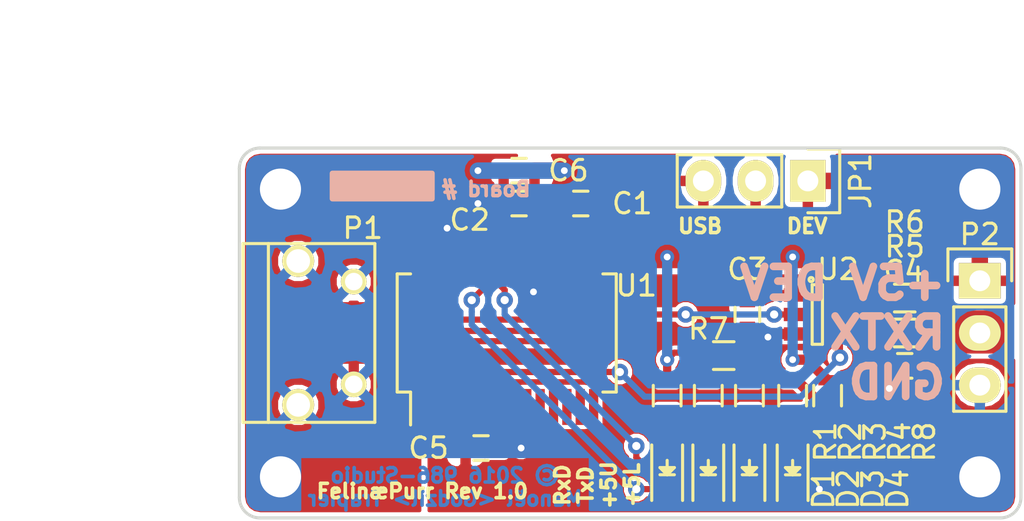
<source format=kicad_pcb>
(kicad_pcb (version 4) (host pcbnew "(2016-07-14 BZR 6980)-product")

  (general
    (links 0)
    (no_connects 0)
    (area 147.924999 79.924999 186.075001 98.075001)
    (thickness 1.6)
    (drawings 17)
    (tracks 170)
    (zones 0)
    (modules 27)
    (nets 34)
  )

  (page A4)
  (layers
    (0 F.Cu signal)
    (31 B.Cu signal)
    (32 B.Adhes user)
    (33 F.Adhes user)
    (34 B.Paste user)
    (35 F.Paste user)
    (36 B.SilkS user)
    (37 F.SilkS user)
    (38 B.Mask user)
    (39 F.Mask user)
    (40 Dwgs.User user)
    (41 Cmts.User user)
    (42 Eco1.User user)
    (43 Eco2.User user hide)
    (44 Edge.Cuts user)
    (45 Margin user)
    (46 B.CrtYd user)
    (47 F.CrtYd user)
    (48 B.Fab user hide)
    (49 F.Fab user hide)
  )

  (setup
    (last_trace_width 0.3)
    (user_trace_width 0.3)
    (user_trace_width 0.4)
    (user_trace_width 0.5)
    (user_trace_width 0.6)
    (user_trace_width 0.7)
    (user_trace_width 0.8)
    (trace_clearance 0.1524)
    (zone_clearance 0.2)
    (zone_45_only no)
    (trace_min 0.1524)
    (segment_width 0.2)
    (edge_width 0.15)
    (via_size 0.6858)
    (via_drill 0.3302)
    (via_min_size 0.6858)
    (via_min_drill 0.3302)
    (uvia_size 0.3)
    (uvia_drill 0.1)
    (uvias_allowed no)
    (uvia_min_size 0)
    (uvia_min_drill 0)
    (pcb_text_width 0.3)
    (pcb_text_size 1.5 1.5)
    (mod_edge_width 0.15)
    (mod_text_size 1 1)
    (mod_text_width 0.15)
    (pad_size 1.55 1.55)
    (pad_drill 1.15)
    (pad_to_mask_clearance 0)
    (aux_axis_origin 0 0)
    (visible_elements FFFFFF7F)
    (pcbplotparams
      (layerselection 0x010f0_ffffffff)
      (usegerberextensions true)
      (excludeedgelayer true)
      (linewidth 0.150000)
      (plotframeref false)
      (viasonmask false)
      (mode 1)
      (useauxorigin false)
      (hpglpennumber 1)
      (hpglpenspeed 20)
      (hpglpendiameter 15)
      (psnegative false)
      (psa4output false)
      (plotreference true)
      (plotvalue true)
      (plotinvisibletext false)
      (padsonsilk false)
      (subtractmaskfromsilk true)
      (outputformat 1)
      (mirror false)
      (drillshape 0)
      (scaleselection 1)
      (outputdirectory Gerbers/))
  )

  (net 0 "")
  (net 1 "Net-(C1-Pad1)")
  (net 2 GND)
  (net 3 +5VD)
  (net 4 +5V)
  (net 5 /RXTXout)
  (net 6 "Net-(D1-Pad2)")
  (net 7 "Net-(D1-Pad1)")
  (net 8 "Net-(D2-Pad2)")
  (net 9 "Net-(D2-Pad1)")
  (net 10 "Net-(D3-Pad2)")
  (net 11 +5VL)
  (net 12 "Net-(P1-Pad4)")
  (net 13 "Net-(D4-Pad2)")
  (net 14 /RXTX)
  (net 15 /TxD)
  (net 16 "Net-(U1-Pad2)")
  (net 17 "Net-(U1-Pad3)")
  (net 18 "Net-(U1-Pad6)")
  (net 19 "Net-(U1-Pad8)")
  (net 20 "Net-(U1-Pad9)")
  (net 21 "Net-(U1-Pad10)")
  (net 22 "Net-(U1-Pad11)")
  (net 23 "Net-(U1-Pad12)")
  (net 24 "Net-(U1-Pad13)")
  (net 25 "Net-(U1-Pad14)")
  (net 26 "Net-(U1-Pad19)")
  (net 27 "Net-(U1-Pad24)")
  (net 28 "Net-(U1-Pad27)")
  (net 29 "Net-(U1-Pad28)")
  (net 30 /Dp)
  (net 31 /Dm)
  (net 32 "Net-(R2-Pad1)")
  (net 33 "Net-(R4-Pad1)")

  (net_class Default "This is the default net class."
    (clearance 0.1524)
    (trace_width 0.1524)
    (via_dia 0.6858)
    (via_drill 0.3302)
    (uvia_dia 0.3)
    (uvia_drill 0.1)
    (add_net /Dm)
    (add_net /Dp)
    (add_net "Net-(R2-Pad1)")
    (add_net "Net-(R4-Pad1)")
  )

  (net_class Normal ""
    (clearance 0.1524)
    (trace_width 0.2)
    (via_dia 0.8)
    (via_drill 0.4)
    (uvia_dia 0.3)
    (uvia_drill 0.1)
    (add_net /RXTX)
    (add_net /RXTXout)
    (add_net /TxD)
    (add_net "Net-(C1-Pad1)")
    (add_net "Net-(D1-Pad1)")
    (add_net "Net-(D1-Pad2)")
    (add_net "Net-(D2-Pad1)")
    (add_net "Net-(D2-Pad2)")
    (add_net "Net-(D3-Pad2)")
    (add_net "Net-(D4-Pad2)")
    (add_net "Net-(P1-Pad4)")
    (add_net "Net-(U1-Pad10)")
    (add_net "Net-(U1-Pad11)")
    (add_net "Net-(U1-Pad12)")
    (add_net "Net-(U1-Pad13)")
    (add_net "Net-(U1-Pad14)")
    (add_net "Net-(U1-Pad19)")
    (add_net "Net-(U1-Pad2)")
    (add_net "Net-(U1-Pad24)")
    (add_net "Net-(U1-Pad27)")
    (add_net "Net-(U1-Pad28)")
    (add_net "Net-(U1-Pad3)")
    (add_net "Net-(U1-Pad6)")
    (add_net "Net-(U1-Pad8)")
    (add_net "Net-(U1-Pad9)")
  )

  (net_class Power ""
    (clearance 0.1524)
    (trace_width 0.25)
    (via_dia 0.6858)
    (via_drill 0.3302)
    (uvia_dia 0.3)
    (uvia_drill 0.1)
    (add_net +5V)
    (add_net +5VD)
    (add_net +5VL)
    (add_net GND)
  )

  (module PadsLib:2mmHole (layer F.Cu) (tedit 57891662) (tstamp 57895E53)
    (at 184 96)
    (fp_text reference REF** (at 0 2) (layer F.SilkS) hide
      (effects (font (size 1 1) (thickness 0.15)))
    )
    (fp_text value 2mmHole (at 0 -2) (layer F.Fab)
      (effects (font (size 1 1) (thickness 0.15)))
    )
    (pad "" np_thru_hole circle (at 0 0) (size 2 2) (drill 2) (layers *.Cu))
  )

  (module PadsLib:2mmHole (layer F.Cu) (tedit 57891662) (tstamp 57895E4F)
    (at 184 82)
    (fp_text reference REF** (at 0 2) (layer F.SilkS) hide
      (effects (font (size 1 1) (thickness 0.15)))
    )
    (fp_text value 2mmHole (at 0 -2) (layer F.Fab)
      (effects (font (size 1 1) (thickness 0.15)))
    )
    (pad "" np_thru_hole circle (at 0 0) (size 2 2) (drill 2) (layers *.Cu))
  )

  (module PadsLib:2mmHole (layer F.Cu) (tedit 57891662) (tstamp 57895E4B)
    (at 150 96)
    (fp_text reference REF** (at 0 2) (layer F.SilkS) hide
      (effects (font (size 1 1) (thickness 0.15)))
    )
    (fp_text value 2mmHole (at 0 -2) (layer F.Fab)
      (effects (font (size 1 1) (thickness 0.15)))
    )
    (pad "" np_thru_hole circle (at 0 0) (size 2 2) (drill 2) (layers *.Cu))
  )

  (module Capacitors_SMD:C_0603 (layer F.Cu) (tedit 5415D631) (tstamp 57892645)
    (at 164.6 82.7 180)
    (descr "Capacitor SMD 0603, reflow soldering, AVX (see smccp.pdf)")
    (tags "capacitor 0603")
    (path /5788CDCA)
    (attr smd)
    (fp_text reference C1 (at -2.5 0 180) (layer F.SilkS)
      (effects (font (size 1 1) (thickness 0.15)))
    )
    (fp_text value 100n (at 0 1.9 180) (layer F.Fab)
      (effects (font (size 1 1) (thickness 0.15)))
    )
    (fp_line (start -1.45 -0.75) (end 1.45 -0.75) (layer F.CrtYd) (width 0.05))
    (fp_line (start -1.45 0.75) (end 1.45 0.75) (layer F.CrtYd) (width 0.05))
    (fp_line (start -1.45 -0.75) (end -1.45 0.75) (layer F.CrtYd) (width 0.05))
    (fp_line (start 1.45 -0.75) (end 1.45 0.75) (layer F.CrtYd) (width 0.05))
    (fp_line (start -0.35 -0.6) (end 0.35 -0.6) (layer F.SilkS) (width 0.15))
    (fp_line (start 0.35 0.6) (end -0.35 0.6) (layer F.SilkS) (width 0.15))
    (pad 1 smd rect (at -0.75 0 180) (size 0.8 0.75) (layers F.Cu F.Paste F.Mask)
      (net 1 "Net-(C1-Pad1)"))
    (pad 2 smd rect (at 0.75 0 180) (size 0.8 0.75) (layers F.Cu F.Paste F.Mask)
      (net 2 GND))
    (model Capacitors_SMD.3dshapes/C_0603.wrl
      (at (xyz 0 0 0))
      (scale (xyz 1 1 1))
      (rotate (xyz 0 0 0))
    )
  )

  (module Capacitors_SMD:C_0603 (layer F.Cu) (tedit 5415D631) (tstamp 57892651)
    (at 161.6 82.7 180)
    (descr "Capacitor SMD 0603, reflow soldering, AVX (see smccp.pdf)")
    (tags "capacitor 0603")
    (path /5788EC64)
    (attr smd)
    (fp_text reference C2 (at 2.4 -0.8 180) (layer F.SilkS)
      (effects (font (size 1 1) (thickness 0.15)))
    )
    (fp_text value 0.1u (at 0 1.9 180) (layer F.Fab)
      (effects (font (size 1 1) (thickness 0.15)))
    )
    (fp_line (start -1.45 -0.75) (end 1.45 -0.75) (layer F.CrtYd) (width 0.05))
    (fp_line (start -1.45 0.75) (end 1.45 0.75) (layer F.CrtYd) (width 0.05))
    (fp_line (start -1.45 -0.75) (end -1.45 0.75) (layer F.CrtYd) (width 0.05))
    (fp_line (start 1.45 -0.75) (end 1.45 0.75) (layer F.CrtYd) (width 0.05))
    (fp_line (start -0.35 -0.6) (end 0.35 -0.6) (layer F.SilkS) (width 0.15))
    (fp_line (start 0.35 0.6) (end -0.35 0.6) (layer F.SilkS) (width 0.15))
    (pad 1 smd rect (at -0.75 0 180) (size 0.8 0.75) (layers F.Cu F.Paste F.Mask)
      (net 3 +5VD))
    (pad 2 smd rect (at 0.75 0 180) (size 0.8 0.75) (layers F.Cu F.Paste F.Mask)
      (net 2 GND))
    (model Capacitors_SMD.3dshapes/C_0603.wrl
      (at (xyz 0 0 0))
      (scale (xyz 1 1 1))
      (rotate (xyz 0 0 0))
    )
  )

  (module Capacitors_SMD:C_0603 (layer F.Cu) (tedit 5415D631) (tstamp 5789265D)
    (at 172.7 88.1 270)
    (descr "Capacitor SMD 0603, reflow soldering, AVX (see smccp.pdf)")
    (tags "capacitor 0603")
    (path /5788C6C1)
    (attr smd)
    (fp_text reference C3 (at -2.2 0) (layer F.SilkS)
      (effects (font (size 1 1) (thickness 0.15)))
    )
    (fp_text value 0.1u (at 0 1.9 270) (layer F.Fab)
      (effects (font (size 1 1) (thickness 0.15)))
    )
    (fp_line (start -1.45 -0.75) (end 1.45 -0.75) (layer F.CrtYd) (width 0.05))
    (fp_line (start -1.45 0.75) (end 1.45 0.75) (layer F.CrtYd) (width 0.05))
    (fp_line (start -1.45 -0.75) (end -1.45 0.75) (layer F.CrtYd) (width 0.05))
    (fp_line (start 1.45 -0.75) (end 1.45 0.75) (layer F.CrtYd) (width 0.05))
    (fp_line (start -0.35 -0.6) (end 0.35 -0.6) (layer F.SilkS) (width 0.15))
    (fp_line (start 0.35 0.6) (end -0.35 0.6) (layer F.SilkS) (width 0.15))
    (pad 1 smd rect (at -0.75 0 270) (size 0.8 0.75) (layers F.Cu F.Paste F.Mask)
      (net 4 +5V))
    (pad 2 smd rect (at 0.75 0 270) (size 0.8 0.75) (layers F.Cu F.Paste F.Mask)
      (net 2 GND))
    (model Capacitors_SMD.3dshapes/C_0603.wrl
      (at (xyz 0 0 0))
      (scale (xyz 1 1 1))
      (rotate (xyz 0 0 0))
    )
  )

  (module Capacitors_SMD:C_0603 (layer F.Cu) (tedit 5788E3B2) (tstamp 57892669)
    (at 180.35 90.6 180)
    (descr "Capacitor SMD 0603, reflow soldering, AVX (see smccp.pdf)")
    (tags "capacitor 0603")
    (path /5788FCFD)
    (attr smd)
    (fp_text reference C4 (at 0.05 4.6 180) (layer F.SilkS)
      (effects (font (size 1 1) (thickness 0.15)))
    )
    (fp_text value 330p (at 0 1.9 180) (layer F.Fab)
      (effects (font (size 1 1) (thickness 0.15)))
    )
    (fp_line (start -1.45 -0.75) (end 1.45 -0.75) (layer F.CrtYd) (width 0.05))
    (fp_line (start -1.45 0.75) (end 1.45 0.75) (layer F.CrtYd) (width 0.05))
    (fp_line (start -1.45 -0.75) (end -1.45 0.75) (layer F.CrtYd) (width 0.05))
    (fp_line (start 1.45 -0.75) (end 1.45 0.75) (layer F.CrtYd) (width 0.05))
    (fp_line (start -0.35 -0.6) (end 0.35 -0.6) (layer F.SilkS) (width 0.15))
    (fp_line (start 0.35 0.6) (end -0.35 0.6) (layer F.SilkS) (width 0.15))
    (pad 1 smd rect (at -0.75 0 180) (size 0.8 0.75) (layers F.Cu F.Paste F.Mask)
      (net 5 /RXTXout) (zone_connect 2))
    (pad 2 smd rect (at 0.75 0 180) (size 0.8 0.75) (layers F.Cu F.Paste F.Mask)
      (net 2 GND))
    (model Capacitors_SMD.3dshapes/C_0603.wrl
      (at (xyz 0 0 0))
      (scale (xyz 1 1 1))
      (rotate (xyz 0 0 0))
    )
  )

  (module LEDs:LED-0805 (layer F.Cu) (tedit 55BDE1C2) (tstamp 5789267C)
    (at 168.8 95.54902 90)
    (descr "LED 0805 smd package")
    (tags "LED 0805 SMD")
    (path /5788D434)
    (attr smd)
    (fp_text reference D1 (at -1.05098 7.6 90) (layer F.SilkS)
      (effects (font (size 1 1) (thickness 0.15)))
    )
    (fp_text value Green (at 0 1.75 90) (layer F.Fab)
      (effects (font (size 1 1) (thickness 0.15)))
    )
    (fp_line (start -1.6 0.75) (end 1.1 0.75) (layer F.SilkS) (width 0.15))
    (fp_line (start -1.6 -0.75) (end 1.1 -0.75) (layer F.SilkS) (width 0.15))
    (fp_line (start -0.1 0.15) (end -0.1 -0.1) (layer F.SilkS) (width 0.15))
    (fp_line (start -0.1 -0.1) (end -0.25 0.05) (layer F.SilkS) (width 0.15))
    (fp_line (start -0.35 -0.35) (end -0.35 0.35) (layer F.SilkS) (width 0.15))
    (fp_line (start 0 0) (end 0.35 0) (layer F.SilkS) (width 0.15))
    (fp_line (start -0.35 0) (end 0 -0.35) (layer F.SilkS) (width 0.15))
    (fp_line (start 0 -0.35) (end 0 0.35) (layer F.SilkS) (width 0.15))
    (fp_line (start 0 0.35) (end -0.35 0) (layer F.SilkS) (width 0.15))
    (fp_line (start 1.9 -0.95) (end 1.9 0.95) (layer F.CrtYd) (width 0.05))
    (fp_line (start 1.9 0.95) (end -1.9 0.95) (layer F.CrtYd) (width 0.05))
    (fp_line (start -1.9 0.95) (end -1.9 -0.95) (layer F.CrtYd) (width 0.05))
    (fp_line (start -1.9 -0.95) (end 1.9 -0.95) (layer F.CrtYd) (width 0.05))
    (pad 2 smd rect (at 1.04902 0 270) (size 1.19888 1.19888) (layers F.Cu F.Paste F.Mask)
      (net 6 "Net-(D1-Pad2)"))
    (pad 1 smd rect (at -1.04902 0 270) (size 1.19888 1.19888) (layers F.Cu F.Paste F.Mask)
      (net 7 "Net-(D1-Pad1)"))
    (model LEDs.3dshapes/LED-0805.wrl
      (at (xyz 0 0 0))
      (scale (xyz 1 1 1))
      (rotate (xyz 0 0 0))
    )
  )

  (module LEDs:LED-0805 (layer F.Cu) (tedit 55BDE1C2) (tstamp 5789268F)
    (at 170.8 95.54902 90)
    (descr "LED 0805 smd package")
    (tags "LED 0805 SMD")
    (path /5788D49B)
    (attr smd)
    (fp_text reference D2 (at -1.05098 6.8 90) (layer F.SilkS)
      (effects (font (size 1 1) (thickness 0.15)))
    )
    (fp_text value Red (at 0 1.75 90) (layer F.Fab)
      (effects (font (size 1 1) (thickness 0.15)))
    )
    (fp_line (start -1.6 0.75) (end 1.1 0.75) (layer F.SilkS) (width 0.15))
    (fp_line (start -1.6 -0.75) (end 1.1 -0.75) (layer F.SilkS) (width 0.15))
    (fp_line (start -0.1 0.15) (end -0.1 -0.1) (layer F.SilkS) (width 0.15))
    (fp_line (start -0.1 -0.1) (end -0.25 0.05) (layer F.SilkS) (width 0.15))
    (fp_line (start -0.35 -0.35) (end -0.35 0.35) (layer F.SilkS) (width 0.15))
    (fp_line (start 0 0) (end 0.35 0) (layer F.SilkS) (width 0.15))
    (fp_line (start -0.35 0) (end 0 -0.35) (layer F.SilkS) (width 0.15))
    (fp_line (start 0 -0.35) (end 0 0.35) (layer F.SilkS) (width 0.15))
    (fp_line (start 0 0.35) (end -0.35 0) (layer F.SilkS) (width 0.15))
    (fp_line (start 1.9 -0.95) (end 1.9 0.95) (layer F.CrtYd) (width 0.05))
    (fp_line (start 1.9 0.95) (end -1.9 0.95) (layer F.CrtYd) (width 0.05))
    (fp_line (start -1.9 0.95) (end -1.9 -0.95) (layer F.CrtYd) (width 0.05))
    (fp_line (start -1.9 -0.95) (end 1.9 -0.95) (layer F.CrtYd) (width 0.05))
    (pad 2 smd rect (at 1.04902 0 270) (size 1.19888 1.19888) (layers F.Cu F.Paste F.Mask)
      (net 8 "Net-(D2-Pad2)"))
    (pad 1 smd rect (at -1.04902 0 270) (size 1.19888 1.19888) (layers F.Cu F.Paste F.Mask)
      (net 9 "Net-(D2-Pad1)"))
    (model LEDs.3dshapes/LED-0805.wrl
      (at (xyz 0 0 0))
      (scale (xyz 1 1 1))
      (rotate (xyz 0 0 0))
    )
  )

  (module LEDs:LED-0805 (layer F.Cu) (tedit 55BDE1C2) (tstamp 578926A2)
    (at 172.8 95.54902 90)
    (descr "LED 0805 smd package")
    (tags "LED 0805 SMD")
    (path /5788DACE)
    (attr smd)
    (fp_text reference D3 (at -1.05098 6 90) (layer F.SilkS)
      (effects (font (size 1 1) (thickness 0.15)))
    )
    (fp_text value Blue (at 0 1.75 90) (layer F.Fab)
      (effects (font (size 1 1) (thickness 0.15)))
    )
    (fp_line (start -1.6 0.75) (end 1.1 0.75) (layer F.SilkS) (width 0.15))
    (fp_line (start -1.6 -0.75) (end 1.1 -0.75) (layer F.SilkS) (width 0.15))
    (fp_line (start -0.1 0.15) (end -0.1 -0.1) (layer F.SilkS) (width 0.15))
    (fp_line (start -0.1 -0.1) (end -0.25 0.05) (layer F.SilkS) (width 0.15))
    (fp_line (start -0.35 -0.35) (end -0.35 0.35) (layer F.SilkS) (width 0.15))
    (fp_line (start 0 0) (end 0.35 0) (layer F.SilkS) (width 0.15))
    (fp_line (start -0.35 0) (end 0 -0.35) (layer F.SilkS) (width 0.15))
    (fp_line (start 0 -0.35) (end 0 0.35) (layer F.SilkS) (width 0.15))
    (fp_line (start 0 0.35) (end -0.35 0) (layer F.SilkS) (width 0.15))
    (fp_line (start 1.9 -0.95) (end 1.9 0.95) (layer F.CrtYd) (width 0.05))
    (fp_line (start 1.9 0.95) (end -1.9 0.95) (layer F.CrtYd) (width 0.05))
    (fp_line (start -1.9 0.95) (end -1.9 -0.95) (layer F.CrtYd) (width 0.05))
    (fp_line (start -1.9 -0.95) (end 1.9 -0.95) (layer F.CrtYd) (width 0.05))
    (pad 2 smd rect (at 1.04902 0 270) (size 1.19888 1.19888) (layers F.Cu F.Paste F.Mask)
      (net 10 "Net-(D3-Pad2)"))
    (pad 1 smd rect (at -1.04902 0 270) (size 1.19888 1.19888) (layers F.Cu F.Paste F.Mask)
      (net 2 GND))
    (model LEDs.3dshapes/LED-0805.wrl
      (at (xyz 0 0 0))
      (scale (xyz 1 1 1))
      (rotate (xyz 0 0 0))
    )
  )

  (module Pin_Headers:Pin_Header_Straight_1x03 (layer F.Cu) (tedit 0) (tstamp 578926B4)
    (at 175.64 81.6 270)
    (descr "Through hole pin header")
    (tags "pin header")
    (path /5788BF7C)
    (fp_text reference JP1 (at 0 -2.56 270) (layer F.SilkS)
      (effects (font (size 1 1) (thickness 0.15)))
    )
    (fp_text value JUMPER3 (at 0 -3.1 270) (layer F.Fab)
      (effects (font (size 1 1) (thickness 0.15)))
    )
    (fp_line (start -1.75 -1.75) (end -1.75 6.85) (layer F.CrtYd) (width 0.05))
    (fp_line (start 1.75 -1.75) (end 1.75 6.85) (layer F.CrtYd) (width 0.05))
    (fp_line (start -1.75 -1.75) (end 1.75 -1.75) (layer F.CrtYd) (width 0.05))
    (fp_line (start -1.75 6.85) (end 1.75 6.85) (layer F.CrtYd) (width 0.05))
    (fp_line (start -1.27 1.27) (end -1.27 6.35) (layer F.SilkS) (width 0.15))
    (fp_line (start -1.27 6.35) (end 1.27 6.35) (layer F.SilkS) (width 0.15))
    (fp_line (start 1.27 6.35) (end 1.27 1.27) (layer F.SilkS) (width 0.15))
    (fp_line (start 1.55 -1.55) (end 1.55 0) (layer F.SilkS) (width 0.15))
    (fp_line (start 1.27 1.27) (end -1.27 1.27) (layer F.SilkS) (width 0.15))
    (fp_line (start -1.55 0) (end -1.55 -1.55) (layer F.SilkS) (width 0.15))
    (fp_line (start -1.55 -1.55) (end 1.55 -1.55) (layer F.SilkS) (width 0.15))
    (pad 1 thru_hole rect (at 0 0 270) (size 2.032 1.7272) (drill 1.016) (layers *.Cu *.Mask F.SilkS)
      (net 11 +5VL))
    (pad 2 thru_hole oval (at 0 2.54 270) (size 2.032 1.7272) (drill 1.016) (layers *.Cu *.Mask F.SilkS)
      (net 4 +5V))
    (pad 3 thru_hole oval (at 0 5.08 270) (size 2.032 1.7272) (drill 1.016) (layers *.Cu *.Mask F.SilkS)
      (net 3 +5VD))
    (model Pin_Headers.3dshapes/Pin_Header_Straight_1x03.wrl
      (at (xyz 0 -0.1 0))
      (scale (xyz 1 1 1))
      (rotate (xyz 0 0 90))
    )
  )

  (module Connect:USB_Micro-B (layer F.Cu) (tedit 57891A2B) (tstamp 578926CA)
    (at 152 89 270)
    (descr "Micro USB Type B Receptacle")
    (tags "USB USB_B USB_micro USB_OTG")
    (path /5788BE50)
    (attr smd)
    (fp_text reference P1 (at -5.1 -2) (layer F.SilkS)
      (effects (font (size 1 1) (thickness 0.15)))
    )
    (fp_text value USB_OTG (at 0 4.8 270) (layer F.Fab)
      (effects (font (size 1 1) (thickness 0.15)))
    )
    (fp_line (start -4.6 -2.8) (end 4.6 -2.8) (layer F.CrtYd) (width 0.05))
    (fp_line (start 4.6 -2.8) (end 4.6 4.05) (layer F.CrtYd) (width 0.05))
    (fp_line (start 4.6 4.05) (end -4.6 4.05) (layer F.CrtYd) (width 0.05))
    (fp_line (start -4.6 4.05) (end -4.6 -2.8) (layer F.CrtYd) (width 0.05))
    (fp_line (start -4.3509 3.81746) (end 4.3491 3.81746) (layer F.SilkS) (width 0.15))
    (fp_line (start -4.3509 -2.58754) (end 4.3491 -2.58754) (layer F.SilkS) (width 0.15))
    (fp_line (start 4.3491 -2.58754) (end 4.3491 3.81746) (layer F.SilkS) (width 0.15))
    (fp_line (start 4.3491 2.58746) (end -4.3509 2.58746) (layer F.SilkS) (width 0.15))
    (fp_line (start -4.3509 3.81746) (end -4.3509 -2.58754) (layer F.SilkS) (width 0.15))
    (pad 1 smd rect (at -1.3009 -1.56254) (size 1.35 0.4) (layers F.Cu F.Paste F.Mask)
      (net 3 +5VD))
    (pad 2 smd rect (at -0.6509 -1.56254) (size 1.35 0.4) (layers F.Cu F.Paste F.Mask)
      (net 31 /Dm))
    (pad 3 smd rect (at -0.0009 -1.56254) (size 1.35 0.4) (layers F.Cu F.Paste F.Mask)
      (net 30 /Dp))
    (pad 4 smd rect (at 0.6491 -1.56254) (size 1.35 0.4) (layers F.Cu F.Paste F.Mask)
      (net 12 "Net-(P1-Pad4)"))
    (pad 5 smd rect (at 1.2991 -1.56254) (size 1.35 0.4) (layers F.Cu F.Paste F.Mask)
      (net 2 GND))
    (pad 6 thru_hole circle (at -2.5009 -1.56254) (size 1.25 1.25) (drill 0.85) (layers *.Cu *.Mask F.SilkS)
      (net 2 GND))
    (pad 6 thru_hole circle (at 2.4991 -1.56254) (size 1.25 1.25) (drill 0.85) (layers *.Cu *.Mask F.SilkS)
      (net 2 GND))
    (pad 6 thru_hole circle (at -3.5009 1.13746) (size 1.55 1.55) (drill 1.15) (layers *.Cu *.Mask F.SilkS)
      (net 2 GND))
    (pad 6 thru_hole circle (at 3.4991 1.13746) (size 1.55 1.55) (drill 1.15) (layers *.Cu *.Mask F.SilkS)
      (net 2 GND))
  )

  (module Resistors_SMD:R_0603 (layer F.Cu) (tedit 5415CC62) (tstamp 578926D6)
    (at 168.8 92.05 270)
    (descr "Resistor SMD 0603, reflow soldering, Vishay (see dcrcw.pdf)")
    (tags "resistor 0603")
    (path /5788D4FB)
    (attr smd)
    (fp_text reference R1 (at 2.25 -7.7 270) (layer F.SilkS)
      (effects (font (size 1 1) (thickness 0.15)))
    )
    (fp_text value 100 (at 0 1.9 270) (layer F.Fab)
      (effects (font (size 1 1) (thickness 0.15)))
    )
    (fp_line (start -1.3 -0.8) (end 1.3 -0.8) (layer F.CrtYd) (width 0.05))
    (fp_line (start -1.3 0.8) (end 1.3 0.8) (layer F.CrtYd) (width 0.05))
    (fp_line (start -1.3 -0.8) (end -1.3 0.8) (layer F.CrtYd) (width 0.05))
    (fp_line (start 1.3 -0.8) (end 1.3 0.8) (layer F.CrtYd) (width 0.05))
    (fp_line (start 0.5 0.675) (end -0.5 0.675) (layer F.SilkS) (width 0.15))
    (fp_line (start -0.5 -0.675) (end 0.5 -0.675) (layer F.SilkS) (width 0.15))
    (pad 1 smd rect (at -0.75 0 270) (size 0.5 0.9) (layers F.Cu F.Paste F.Mask)
      (net 3 +5VD))
    (pad 2 smd rect (at 0.75 0 270) (size 0.5 0.9) (layers F.Cu F.Paste F.Mask)
      (net 6 "Net-(D1-Pad2)"))
    (model Resistors_SMD.3dshapes/R_0603.wrl
      (at (xyz 0 0 0))
      (scale (xyz 1 1 1))
      (rotate (xyz 0 0 0))
    )
  )

  (module Resistors_SMD:R_0603 (layer F.Cu) (tedit 5415CC62) (tstamp 578926E2)
    (at 170.8 92.05 270)
    (descr "Resistor SMD 0603, reflow soldering, Vishay (see dcrcw.pdf)")
    (tags "resistor 0603")
    (path /5788D537)
    (attr smd)
    (fp_text reference R2 (at 2.25 -6.9 270) (layer F.SilkS)
      (effects (font (size 1 1) (thickness 0.15)))
    )
    (fp_text value 100 (at 0 1.9 270) (layer F.Fab)
      (effects (font (size 1 1) (thickness 0.15)))
    )
    (fp_line (start -1.3 -0.8) (end 1.3 -0.8) (layer F.CrtYd) (width 0.05))
    (fp_line (start -1.3 0.8) (end 1.3 0.8) (layer F.CrtYd) (width 0.05))
    (fp_line (start -1.3 -0.8) (end -1.3 0.8) (layer F.CrtYd) (width 0.05))
    (fp_line (start 1.3 -0.8) (end 1.3 0.8) (layer F.CrtYd) (width 0.05))
    (fp_line (start 0.5 0.675) (end -0.5 0.675) (layer F.SilkS) (width 0.15))
    (fp_line (start -0.5 -0.675) (end 0.5 -0.675) (layer F.SilkS) (width 0.15))
    (pad 1 smd rect (at -0.75 0 270) (size 0.5 0.9) (layers F.Cu F.Paste F.Mask)
      (net 32 "Net-(R2-Pad1)"))
    (pad 2 smd rect (at 0.75 0 270) (size 0.5 0.9) (layers F.Cu F.Paste F.Mask)
      (net 8 "Net-(D2-Pad2)"))
    (model Resistors_SMD.3dshapes/R_0603.wrl
      (at (xyz 0 0 0))
      (scale (xyz 1 1 1))
      (rotate (xyz 0 0 0))
    )
  )

  (module Resistors_SMD:R_0603 (layer F.Cu) (tedit 5415CC62) (tstamp 578926EE)
    (at 172.8 92.05 270)
    (descr "Resistor SMD 0603, reflow soldering, Vishay (see dcrcw.pdf)")
    (tags "resistor 0603")
    (path /5788D965)
    (attr smd)
    (fp_text reference R3 (at 2.25 -6.1 270) (layer F.SilkS)
      (effects (font (size 1 1) (thickness 0.15)))
    )
    (fp_text value 100 (at 0 1.9 270) (layer F.Fab)
      (effects (font (size 1 1) (thickness 0.15)))
    )
    (fp_line (start -1.3 -0.8) (end 1.3 -0.8) (layer F.CrtYd) (width 0.05))
    (fp_line (start -1.3 0.8) (end 1.3 0.8) (layer F.CrtYd) (width 0.05))
    (fp_line (start -1.3 -0.8) (end -1.3 0.8) (layer F.CrtYd) (width 0.05))
    (fp_line (start 1.3 -0.8) (end 1.3 0.8) (layer F.CrtYd) (width 0.05))
    (fp_line (start 0.5 0.675) (end -0.5 0.675) (layer F.SilkS) (width 0.15))
    (fp_line (start -0.5 -0.675) (end 0.5 -0.675) (layer F.SilkS) (width 0.15))
    (pad 1 smd rect (at -0.75 0 270) (size 0.5 0.9) (layers F.Cu F.Paste F.Mask)
      (net 3 +5VD))
    (pad 2 smd rect (at 0.75 0 270) (size 0.5 0.9) (layers F.Cu F.Paste F.Mask)
      (net 10 "Net-(D3-Pad2)"))
    (model Resistors_SMD.3dshapes/R_0603.wrl
      (at (xyz 0 0 0))
      (scale (xyz 1 1 1))
      (rotate (xyz 0 0 0))
    )
  )

  (module Resistors_SMD:R_0603 (layer F.Cu) (tedit 5415CC62) (tstamp 578926FA)
    (at 174.9 92.05 270)
    (descr "Resistor SMD 0603, reflow soldering, Vishay (see dcrcw.pdf)")
    (tags "resistor 0603")
    (path /5788D9AA)
    (attr smd)
    (fp_text reference R4 (at 2.25 -5.2 270) (layer F.SilkS)
      (effects (font (size 1 1) (thickness 0.15)))
    )
    (fp_text value 100 (at 0 1.9 270) (layer F.Fab)
      (effects (font (size 1 1) (thickness 0.15)))
    )
    (fp_line (start -1.3 -0.8) (end 1.3 -0.8) (layer F.CrtYd) (width 0.05))
    (fp_line (start -1.3 0.8) (end 1.3 0.8) (layer F.CrtYd) (width 0.05))
    (fp_line (start -1.3 -0.8) (end -1.3 0.8) (layer F.CrtYd) (width 0.05))
    (fp_line (start 1.3 -0.8) (end 1.3 0.8) (layer F.CrtYd) (width 0.05))
    (fp_line (start 0.5 0.675) (end -0.5 0.675) (layer F.SilkS) (width 0.15))
    (fp_line (start -0.5 -0.675) (end 0.5 -0.675) (layer F.SilkS) (width 0.15))
    (pad 1 smd rect (at -0.75 0 270) (size 0.5 0.9) (layers F.Cu F.Paste F.Mask)
      (net 33 "Net-(R4-Pad1)"))
    (pad 2 smd rect (at 0.75 0 270) (size 0.5 0.9) (layers F.Cu F.Paste F.Mask)
      (net 13 "Net-(D4-Pad2)"))
    (model Resistors_SMD.3dshapes/R_0603.wrl
      (at (xyz 0 0 0))
      (scale (xyz 1 1 1))
      (rotate (xyz 0 0 0))
    )
  )

  (module Resistors_SMD:R_0603 (layer F.Cu) (tedit 5788E3AA) (tstamp 57892706)
    (at 180.35 89 180)
    (descr "Resistor SMD 0603, reflow soldering, Vishay (see dcrcw.pdf)")
    (tags "resistor 0603")
    (path /5788F6C0)
    (attr smd)
    (fp_text reference R5 (at 0 4.2 180) (layer F.SilkS)
      (effects (font (size 1 1) (thickness 0.15)))
    )
    (fp_text value 100 (at 0 1.9 180) (layer F.Fab)
      (effects (font (size 1 1) (thickness 0.15)))
    )
    (fp_line (start -1.3 -0.8) (end 1.3 -0.8) (layer F.CrtYd) (width 0.05))
    (fp_line (start -1.3 0.8) (end 1.3 0.8) (layer F.CrtYd) (width 0.05))
    (fp_line (start -1.3 -0.8) (end -1.3 0.8) (layer F.CrtYd) (width 0.05))
    (fp_line (start 1.3 -0.8) (end 1.3 0.8) (layer F.CrtYd) (width 0.05))
    (fp_line (start 0.5 0.675) (end -0.5 0.675) (layer F.SilkS) (width 0.15))
    (fp_line (start -0.5 -0.675) (end 0.5 -0.675) (layer F.SilkS) (width 0.15))
    (pad 1 smd rect (at -0.75 0 180) (size 0.5 0.9) (layers F.Cu F.Paste F.Mask)
      (net 5 /RXTXout) (zone_connect 2))
    (pad 2 smd rect (at 0.75 0 180) (size 0.5 0.9) (layers F.Cu F.Paste F.Mask)
      (net 14 /RXTX))
    (model Resistors_SMD.3dshapes/R_0603.wrl
      (at (xyz 0 0 0))
      (scale (xyz 1 1 1))
      (rotate (xyz 0 0 0))
    )
  )

  (module Resistors_SMD:R_0603 (layer F.Cu) (tedit 5788E39F) (tstamp 57892712)
    (at 180.35 87.3)
    (descr "Resistor SMD 0603, reflow soldering, Vishay (see dcrcw.pdf)")
    (tags "resistor 0603")
    (path /5788FB48)
    (attr smd)
    (fp_text reference R6 (at 0 -3.7) (layer F.SilkS)
      (effects (font (size 1 1) (thickness 0.15)))
    )
    (fp_text value 18K (at 0 1.9) (layer F.Fab)
      (effects (font (size 1 1) (thickness 0.15)))
    )
    (fp_line (start -1.3 -0.8) (end 1.3 -0.8) (layer F.CrtYd) (width 0.05))
    (fp_line (start -1.3 0.8) (end 1.3 0.8) (layer F.CrtYd) (width 0.05))
    (fp_line (start -1.3 -0.8) (end -1.3 0.8) (layer F.CrtYd) (width 0.05))
    (fp_line (start 1.3 -0.8) (end 1.3 0.8) (layer F.CrtYd) (width 0.05))
    (fp_line (start 0.5 0.675) (end -0.5 0.675) (layer F.SilkS) (width 0.15))
    (fp_line (start -0.5 -0.675) (end 0.5 -0.675) (layer F.SilkS) (width 0.15))
    (pad 1 smd rect (at -0.75 0) (size 0.5 0.9) (layers F.Cu F.Paste F.Mask)
      (net 4 +5V))
    (pad 2 smd rect (at 0.75 0) (size 0.5 0.9) (layers F.Cu F.Paste F.Mask)
      (net 5 /RXTXout) (zone_connect 2))
    (model Resistors_SMD.3dshapes/R_0603.wrl
      (at (xyz 0 0 0))
      (scale (xyz 1 1 1))
      (rotate (xyz 0 0 0))
    )
  )

  (module Housings_SSOP:SSOP-28_5.3x10.2mm_Pitch0.65mm (layer F.Cu) (tedit 54130A77) (tstamp 5789273D)
    (at 161 89 90)
    (descr "28-Lead Plastic Shrink Small Outline (SS)-5.30 mm Body [SSOP] (see Microchip Packaging Specification 00000049BS.pdf)")
    (tags "SSOP 0.65")
    (path /5788C982)
    (attr smd)
    (fp_text reference U1 (at 2.3 6.3 180) (layer F.SilkS)
      (effects (font (size 1 1) (thickness 0.15)))
    )
    (fp_text value FT232RL (at 0 6.25 90) (layer F.Fab)
      (effects (font (size 1 1) (thickness 0.15)))
    )
    (fp_line (start -4.75 -5.5) (end -4.75 5.5) (layer F.CrtYd) (width 0.05))
    (fp_line (start 4.75 -5.5) (end 4.75 5.5) (layer F.CrtYd) (width 0.05))
    (fp_line (start -4.75 -5.5) (end 4.75 -5.5) (layer F.CrtYd) (width 0.05))
    (fp_line (start -4.75 5.5) (end 4.75 5.5) (layer F.CrtYd) (width 0.05))
    (fp_line (start -2.875 -5.325) (end -2.875 -4.675) (layer F.SilkS) (width 0.15))
    (fp_line (start 2.875 -5.325) (end 2.875 -4.675) (layer F.SilkS) (width 0.15))
    (fp_line (start 2.875 5.325) (end 2.875 4.675) (layer F.SilkS) (width 0.15))
    (fp_line (start -2.875 5.325) (end -2.875 4.675) (layer F.SilkS) (width 0.15))
    (fp_line (start -2.875 -5.325) (end 2.875 -5.325) (layer F.SilkS) (width 0.15))
    (fp_line (start -2.875 5.325) (end 2.875 5.325) (layer F.SilkS) (width 0.15))
    (fp_line (start -2.875 -4.675) (end -4.475 -4.675) (layer F.SilkS) (width 0.15))
    (pad 1 smd rect (at -3.6 -4.225 90) (size 1.75 0.45) (layers F.Cu F.Paste F.Mask)
      (net 15 /TxD))
    (pad 2 smd rect (at -3.6 -3.575 90) (size 1.75 0.45) (layers F.Cu F.Paste F.Mask)
      (net 16 "Net-(U1-Pad2)"))
    (pad 3 smd rect (at -3.6 -2.925 90) (size 1.75 0.45) (layers F.Cu F.Paste F.Mask)
      (net 17 "Net-(U1-Pad3)"))
    (pad 4 smd rect (at -3.6 -2.275 90) (size 1.75 0.45) (layers F.Cu F.Paste F.Mask)
      (net 4 +5V))
    (pad 5 smd rect (at -3.6 -1.625 90) (size 1.75 0.45) (layers F.Cu F.Paste F.Mask)
      (net 14 /RXTX))
    (pad 6 smd rect (at -3.6 -0.975 90) (size 1.75 0.45) (layers F.Cu F.Paste F.Mask)
      (net 18 "Net-(U1-Pad6)"))
    (pad 7 smd rect (at -3.6 -0.325 90) (size 1.75 0.45) (layers F.Cu F.Paste F.Mask)
      (net 2 GND))
    (pad 8 smd rect (at -3.6 0.325 90) (size 1.75 0.45) (layers F.Cu F.Paste F.Mask)
      (net 19 "Net-(U1-Pad8)"))
    (pad 9 smd rect (at -3.6 0.975 90) (size 1.75 0.45) (layers F.Cu F.Paste F.Mask)
      (net 20 "Net-(U1-Pad9)"))
    (pad 10 smd rect (at -3.6 1.625 90) (size 1.75 0.45) (layers F.Cu F.Paste F.Mask)
      (net 21 "Net-(U1-Pad10)"))
    (pad 11 smd rect (at -3.6 2.275 90) (size 1.75 0.45) (layers F.Cu F.Paste F.Mask)
      (net 22 "Net-(U1-Pad11)"))
    (pad 12 smd rect (at -3.6 2.925 90) (size 1.75 0.45) (layers F.Cu F.Paste F.Mask)
      (net 23 "Net-(U1-Pad12)"))
    (pad 13 smd rect (at -3.6 3.575 90) (size 1.75 0.45) (layers F.Cu F.Paste F.Mask)
      (net 24 "Net-(U1-Pad13)"))
    (pad 14 smd rect (at -3.6 4.225 90) (size 1.75 0.45) (layers F.Cu F.Paste F.Mask)
      (net 25 "Net-(U1-Pad14)"))
    (pad 15 smd rect (at 3.6 4.225 90) (size 1.75 0.45) (layers F.Cu F.Paste F.Mask)
      (net 30 /Dp))
    (pad 16 smd rect (at 3.6 3.575 90) (size 1.75 0.45) (layers F.Cu F.Paste F.Mask)
      (net 31 /Dm))
    (pad 17 smd rect (at 3.6 2.925 90) (size 1.75 0.45) (layers F.Cu F.Paste F.Mask)
      (net 1 "Net-(C1-Pad1)"))
    (pad 18 smd rect (at 3.6 2.275 90) (size 1.75 0.45) (layers F.Cu F.Paste F.Mask)
      (net 2 GND))
    (pad 19 smd rect (at 3.6 1.625 90) (size 1.75 0.45) (layers F.Cu F.Paste F.Mask)
      (net 26 "Net-(U1-Pad19)"))
    (pad 20 smd rect (at 3.6 0.975 90) (size 1.75 0.45) (layers F.Cu F.Paste F.Mask)
      (net 3 +5VD))
    (pad 21 smd rect (at 3.6 0.325 90) (size 1.75 0.45) (layers F.Cu F.Paste F.Mask)
      (net 2 GND))
    (pad 22 smd rect (at 3.6 -0.325 90) (size 1.75 0.45) (layers F.Cu F.Paste F.Mask)
      (net 9 "Net-(D2-Pad1)"))
    (pad 23 smd rect (at 3.6 -0.975 90) (size 1.75 0.45) (layers F.Cu F.Paste F.Mask)
      (net 7 "Net-(D1-Pad1)"))
    (pad 24 smd rect (at 3.6 -1.625 90) (size 1.75 0.45) (layers F.Cu F.Paste F.Mask)
      (net 27 "Net-(U1-Pad24)"))
    (pad 25 smd rect (at 3.6 -2.275 90) (size 1.75 0.45) (layers F.Cu F.Paste F.Mask)
      (net 2 GND))
    (pad 26 smd rect (at 3.6 -2.925 90) (size 1.75 0.45) (layers F.Cu F.Paste F.Mask)
      (net 2 GND))
    (pad 27 smd rect (at 3.6 -3.575 90) (size 1.75 0.45) (layers F.Cu F.Paste F.Mask)
      (net 28 "Net-(U1-Pad27)"))
    (pad 28 smd rect (at 3.6 -4.225 90) (size 1.75 0.45) (layers F.Cu F.Paste F.Mask)
      (net 29 "Net-(U1-Pad28)"))
    (model Housings_SSOP.3dshapes/SSOP-28_5.3x10.2mm_Pitch0.65mm.wrl
      (at (xyz 0 0 0))
      (scale (xyz 1 1 1))
      (rotate (xyz 0 0 0))
    )
  )

  (module TO_SOT_Packages_SMD:SOT-23-5 (layer F.Cu) (tedit 55360473) (tstamp 5789274F)
    (at 176.1 88.1)
    (descr "5-pin SOT23 package")
    (tags SOT-23-5)
    (path /5788C59F)
    (attr smd)
    (fp_text reference U2 (at 1 -2.2) (layer F.SilkS)
      (effects (font (size 1 1) (thickness 0.15)))
    )
    (fp_text value SN74LVC1G126-Q1 (at -0.05 2.35) (layer F.Fab)
      (effects (font (size 1 1) (thickness 0.15)))
    )
    (fp_line (start -1.8 -1.6) (end 1.8 -1.6) (layer F.CrtYd) (width 0.05))
    (fp_line (start 1.8 -1.6) (end 1.8 1.6) (layer F.CrtYd) (width 0.05))
    (fp_line (start 1.8 1.6) (end -1.8 1.6) (layer F.CrtYd) (width 0.05))
    (fp_line (start -1.8 1.6) (end -1.8 -1.6) (layer F.CrtYd) (width 0.05))
    (fp_circle (center -0.3 -1.7) (end -0.2 -1.7) (layer F.SilkS) (width 0.15))
    (fp_line (start 0.25 -1.45) (end -0.25 -1.45) (layer F.SilkS) (width 0.15))
    (fp_line (start 0.25 1.45) (end 0.25 -1.45) (layer F.SilkS) (width 0.15))
    (fp_line (start -0.25 1.45) (end 0.25 1.45) (layer F.SilkS) (width 0.15))
    (fp_line (start -0.25 -1.45) (end -0.25 1.45) (layer F.SilkS) (width 0.15))
    (pad 1 smd rect (at -1.1 -0.95) (size 1.06 0.65) (layers F.Cu F.Paste F.Mask)
      (net 4 +5V))
    (pad 2 smd rect (at -1.1 0) (size 1.06 0.65) (layers F.Cu F.Paste F.Mask)
      (net 15 /TxD))
    (pad 3 smd rect (at -1.1 0.95) (size 1.06 0.65) (layers F.Cu F.Paste F.Mask)
      (net 2 GND))
    (pad 4 smd rect (at 1.1 0.95) (size 1.06 0.65) (layers F.Cu F.Paste F.Mask)
      (net 14 /RXTX))
    (pad 5 smd rect (at 1.1 -0.95) (size 1.06 0.65) (layers F.Cu F.Paste F.Mask)
      (net 4 +5V))
    (model TO_SOT_Packages_SMD.3dshapes/SOT-23-5.wrl
      (at (xyz 0 0 0))
      (scale (xyz 1 1 1))
      (rotate (xyz 0 0 0))
    )
  )

  (module Pin_Headers:Pin_Header_Straight_1x03 (layer F.Cu) (tedit 5788E3B7) (tstamp 578A0167)
    (at 184 86.46)
    (descr "Through hole pin header")
    (tags "pin header")
    (path /5788BF2B)
    (fp_text reference P2 (at 0 -2.26) (layer F.SilkS)
      (effects (font (size 1 1) (thickness 0.15)))
    )
    (fp_text value JACK (at 0 -3.1) (layer F.Fab)
      (effects (font (size 1 1) (thickness 0.15)))
    )
    (fp_line (start -1.75 -1.75) (end -1.75 6.85) (layer F.CrtYd) (width 0.05))
    (fp_line (start 1.75 -1.75) (end 1.75 6.85) (layer F.CrtYd) (width 0.05))
    (fp_line (start -1.75 -1.75) (end 1.75 -1.75) (layer F.CrtYd) (width 0.05))
    (fp_line (start -1.75 6.85) (end 1.75 6.85) (layer F.CrtYd) (width 0.05))
    (fp_line (start -1.27 1.27) (end -1.27 6.35) (layer F.SilkS) (width 0.15))
    (fp_line (start -1.27 6.35) (end 1.27 6.35) (layer F.SilkS) (width 0.15))
    (fp_line (start 1.27 6.35) (end 1.27 1.27) (layer F.SilkS) (width 0.15))
    (fp_line (start 1.55 -1.55) (end 1.55 0) (layer F.SilkS) (width 0.15))
    (fp_line (start 1.27 1.27) (end -1.27 1.27) (layer F.SilkS) (width 0.15))
    (fp_line (start -1.55 0) (end -1.55 -1.55) (layer F.SilkS) (width 0.15))
    (fp_line (start -1.55 -1.55) (end 1.55 -1.55) (layer F.SilkS) (width 0.15))
    (pad 1 thru_hole rect (at 0 0) (size 2.032 1.7272) (drill 1.016) (layers *.Cu *.Mask F.SilkS)
      (net 11 +5VL))
    (pad 2 thru_hole oval (at 0 2.54) (size 2.032 1.7272) (drill 1.016) (layers *.Cu *.Mask F.SilkS)
      (net 5 /RXTXout) (zone_connect 2))
    (pad 3 thru_hole oval (at 0 5.08) (size 2.032 1.7272) (drill 1.016) (layers *.Cu *.Mask F.SilkS)
      (net 2 GND))
    (model Pin_Headers.3dshapes/Pin_Header_Straight_1x03.wrl
      (at (xyz 0 -0.1 0))
      (scale (xyz 1 1 1))
      (rotate (xyz 0 0 90))
    )
  )

  (module LEDs:LED-0805 (layer F.Cu) (tedit 55BDE1C2) (tstamp 578A0208)
    (at 174.9 95.55098 90)
    (descr "LED 0805 smd package")
    (tags "LED 0805 SMD")
    (path /5788DBDE)
    (attr smd)
    (fp_text reference D4 (at -1.04902 5.1 90) (layer F.SilkS)
      (effects (font (size 1 1) (thickness 0.15)))
    )
    (fp_text value Yellow (at 0 1.75 90) (layer F.Fab)
      (effects (font (size 1 1) (thickness 0.15)))
    )
    (fp_line (start -1.6 0.75) (end 1.1 0.75) (layer F.SilkS) (width 0.15))
    (fp_line (start -1.6 -0.75) (end 1.1 -0.75) (layer F.SilkS) (width 0.15))
    (fp_line (start -0.1 0.15) (end -0.1 -0.1) (layer F.SilkS) (width 0.15))
    (fp_line (start -0.1 -0.1) (end -0.25 0.05) (layer F.SilkS) (width 0.15))
    (fp_line (start -0.35 -0.35) (end -0.35 0.35) (layer F.SilkS) (width 0.15))
    (fp_line (start 0 0) (end 0.35 0) (layer F.SilkS) (width 0.15))
    (fp_line (start -0.35 0) (end 0 -0.35) (layer F.SilkS) (width 0.15))
    (fp_line (start 0 -0.35) (end 0 0.35) (layer F.SilkS) (width 0.15))
    (fp_line (start 0 0.35) (end -0.35 0) (layer F.SilkS) (width 0.15))
    (fp_line (start 1.9 -0.95) (end 1.9 0.95) (layer F.CrtYd) (width 0.05))
    (fp_line (start 1.9 0.95) (end -1.9 0.95) (layer F.CrtYd) (width 0.05))
    (fp_line (start -1.9 0.95) (end -1.9 -0.95) (layer F.CrtYd) (width 0.05))
    (fp_line (start -1.9 -0.95) (end 1.9 -0.95) (layer F.CrtYd) (width 0.05))
    (pad 2 smd rect (at 1.04902 0 270) (size 1.19888 1.19888) (layers F.Cu F.Paste F.Mask)
      (net 13 "Net-(D4-Pad2)"))
    (pad 1 smd rect (at -1.04902 0 270) (size 1.19888 1.19888) (layers F.Cu F.Paste F.Mask)
      (net 2 GND))
    (model LEDs.3dshapes/LED-0805.wrl
      (at (xyz 0 0 0))
      (scale (xyz 1 1 1))
      (rotate (xyz 0 0 0))
    )
  )

  (module Capacitors_SMD:C_0603 (layer F.Cu) (tedit 5415D631) (tstamp 57890D30)
    (at 159.75 94.6)
    (descr "Capacitor SMD 0603, reflow soldering, AVX (see smccp.pdf)")
    (tags "capacitor 0603")
    (path /5789190D)
    (attr smd)
    (fp_text reference C5 (at -2.55 0) (layer F.SilkS)
      (effects (font (size 1 1) (thickness 0.15)))
    )
    (fp_text value 100n (at 0 1.9) (layer F.Fab)
      (effects (font (size 1 1) (thickness 0.15)))
    )
    (fp_line (start -1.45 -0.75) (end 1.45 -0.75) (layer F.CrtYd) (width 0.05))
    (fp_line (start -1.45 0.75) (end 1.45 0.75) (layer F.CrtYd) (width 0.05))
    (fp_line (start -1.45 -0.75) (end -1.45 0.75) (layer F.CrtYd) (width 0.05))
    (fp_line (start 1.45 -0.75) (end 1.45 0.75) (layer F.CrtYd) (width 0.05))
    (fp_line (start -0.35 -0.6) (end 0.35 -0.6) (layer F.SilkS) (width 0.15))
    (fp_line (start 0.35 0.6) (end -0.35 0.6) (layer F.SilkS) (width 0.15))
    (pad 1 smd rect (at -0.75 0) (size 0.8 0.75) (layers F.Cu F.Paste F.Mask)
      (net 4 +5V))
    (pad 2 smd rect (at 0.75 0) (size 0.8 0.75) (layers F.Cu F.Paste F.Mask)
      (net 2 GND))
    (model Capacitors_SMD.3dshapes/C_0603.wrl
      (at (xyz 0 0 0))
      (scale (xyz 1 1 1))
      (rotate (xyz 0 0 0))
    )
  )

  (module Capacitors_SMD:C_0603 (layer F.Cu) (tedit 5415D631) (tstamp 57890D52)
    (at 161.6 81.1 180)
    (descr "Capacitor SMD 0603, reflow soldering, AVX (see smccp.pdf)")
    (tags "capacitor 0603")
    (path /57890719)
    (attr smd)
    (fp_text reference C6 (at -2.4 0 180) (layer F.SilkS)
      (effects (font (size 1 1) (thickness 0.15)))
    )
    (fp_text value 4.7u (at 0 1.9 180) (layer F.Fab)
      (effects (font (size 1 1) (thickness 0.15)))
    )
    (fp_line (start -1.45 -0.75) (end 1.45 -0.75) (layer F.CrtYd) (width 0.05))
    (fp_line (start -1.45 0.75) (end 1.45 0.75) (layer F.CrtYd) (width 0.05))
    (fp_line (start -1.45 -0.75) (end -1.45 0.75) (layer F.CrtYd) (width 0.05))
    (fp_line (start 1.45 -0.75) (end 1.45 0.75) (layer F.CrtYd) (width 0.05))
    (fp_line (start -0.35 -0.6) (end 0.35 -0.6) (layer F.SilkS) (width 0.15))
    (fp_line (start 0.35 0.6) (end -0.35 0.6) (layer F.SilkS) (width 0.15))
    (pad 1 smd rect (at -0.75 0 180) (size 0.8 0.75) (layers F.Cu F.Paste F.Mask)
      (net 3 +5VD))
    (pad 2 smd rect (at 0.75 0 180) (size 0.8 0.75) (layers F.Cu F.Paste F.Mask)
      (net 2 GND))
    (model Capacitors_SMD.3dshapes/C_0603.wrl
      (at (xyz 0 0 0))
      (scale (xyz 1 1 1))
      (rotate (xyz 0 0 0))
    )
  )

  (module Resistors_SMD:R_0603 (layer F.Cu) (tedit 5415CC62) (tstamp 57895473)
    (at 171.55 90.1 180)
    (descr "Resistor SMD 0603, reflow soldering, Vishay (see dcrcw.pdf)")
    (tags "resistor 0603")
    (path /578954EA)
    (attr smd)
    (fp_text reference R7 (at 0.75 1.3 360) (layer F.SilkS)
      (effects (font (size 1 1) (thickness 0.15)))
    )
    (fp_text value 100 (at 0 1.9 180) (layer F.Fab)
      (effects (font (size 1 1) (thickness 0.15)))
    )
    (fp_line (start -1.3 -0.8) (end 1.3 -0.8) (layer F.CrtYd) (width 0.05))
    (fp_line (start -1.3 0.8) (end 1.3 0.8) (layer F.CrtYd) (width 0.05))
    (fp_line (start -1.3 -0.8) (end -1.3 0.8) (layer F.CrtYd) (width 0.05))
    (fp_line (start 1.3 -0.8) (end 1.3 0.8) (layer F.CrtYd) (width 0.05))
    (fp_line (start 0.5 0.675) (end -0.5 0.675) (layer F.SilkS) (width 0.15))
    (fp_line (start -0.5 -0.675) (end 0.5 -0.675) (layer F.SilkS) (width 0.15))
    (pad 1 smd rect (at -0.75 0 180) (size 0.5 0.9) (layers F.Cu F.Paste F.Mask)
      (net 3 +5VD))
    (pad 2 smd rect (at 0.75 0 180) (size 0.5 0.9) (layers F.Cu F.Paste F.Mask)
      (net 32 "Net-(R2-Pad1)"))
    (model Resistors_SMD.3dshapes/R_0603.wrl
      (at (xyz 0 0 0))
      (scale (xyz 1 1 1))
      (rotate (xyz 0 0 0))
    )
  )

  (module Resistors_SMD:R_0603 (layer F.Cu) (tedit 5415CC62) (tstamp 57895495)
    (at 176.6 92.05 270)
    (descr "Resistor SMD 0603, reflow soldering, Vishay (see dcrcw.pdf)")
    (tags "resistor 0603")
    (path /578956B8)
    (attr smd)
    (fp_text reference R8 (at 2.25 -4.7 270) (layer F.SilkS)
      (effects (font (size 1 1) (thickness 0.15)))
    )
    (fp_text value 100 (at 0 1.9 270) (layer F.Fab)
      (effects (font (size 1 1) (thickness 0.15)))
    )
    (fp_line (start -1.3 -0.8) (end 1.3 -0.8) (layer F.CrtYd) (width 0.05))
    (fp_line (start -1.3 0.8) (end 1.3 0.8) (layer F.CrtYd) (width 0.05))
    (fp_line (start -1.3 -0.8) (end -1.3 0.8) (layer F.CrtYd) (width 0.05))
    (fp_line (start 1.3 -0.8) (end 1.3 0.8) (layer F.CrtYd) (width 0.05))
    (fp_line (start 0.5 0.675) (end -0.5 0.675) (layer F.SilkS) (width 0.15))
    (fp_line (start -0.5 -0.675) (end 0.5 -0.675) (layer F.SilkS) (width 0.15))
    (pad 1 smd rect (at -0.75 0 270) (size 0.5 0.9) (layers F.Cu F.Paste F.Mask)
      (net 11 +5VL))
    (pad 2 smd rect (at 0.75 0 270) (size 0.5 0.9) (layers F.Cu F.Paste F.Mask)
      (net 33 "Net-(R4-Pad1)"))
    (model Resistors_SMD.3dshapes/R_0603.wrl
      (at (xyz 0 0 0))
      (scale (xyz 1 1 1))
      (rotate (xyz 0 0 0))
    )
  )

  (module PadsLib:2mmHole (layer F.Cu) (tedit 57891662) (tstamp 57895E43)
    (at 150 82)
    (fp_text reference REF** (at 0 2) (layer F.SilkS) hide
      (effects (font (size 1 1) (thickness 0.15)))
    )
    (fp_text value 2mmHole (at 0 -2) (layer F.Fab)
      (effects (font (size 1 1) (thickness 0.15)))
    )
    (pad "" np_thru_hole circle (at 0 0) (size 2 2) (drill 2) (layers *.Cu))
  )

  (gr_text DEV (at 175.6 83.8) (layer F.SilkS)
    (effects (font (size 0.7 0.7) (thickness 0.175)))
  )
  (gr_text USB (at 170.4 83.8) (layer F.SilkS)
    (effects (font (size 0.7 0.7) (thickness 0.175)))
  )
  (gr_text "Board #" (at 160 82) (layer B.SilkS)
    (effects (font (size 0.7 0.7) (thickness 0.175)) (justify mirror))
  )
  (gr_text "+5V DEV\nRXTX\nGND" (at 182.5 89) (layer B.SilkS)
    (effects (font (size 1.5 1.5) (thickness 0.375)) (justify left mirror))
  )
  (gr_text "RxD\nTxD\n+5U\n+5L" (at 165.4 96.4 90) (layer F.SilkS)
    (effects (font (size 0.7 0.7) (thickness 0.175)))
  )
  (gr_text "© 2016 986-Studio\nManoël <Godzil> Trapier" (at 158 96.5) (layer B.Cu)
    (effects (font (size 0.7 0.7) (thickness 0.175)) (justify mirror))
  )
  (gr_text "FelinæPurr Rev 1.0" (at 156.9 96.7) (layer F.SilkS)
    (effects (font (size 0.7 0.7) (thickness 0.175)))
  )
  (dimension 18 (width 0.3) (layer Dwgs.User)
    (gr_text "18,000 mm" (at 142.65 89 270) (layer Dwgs.User)
      (effects (font (size 1.5 1.5) (thickness 0.3)))
    )
    (feature1 (pts (xy 149 98) (xy 141.3 98)))
    (feature2 (pts (xy 149 80) (xy 141.3 80)))
    (crossbar (pts (xy 144 80) (xy 144 98)))
    (arrow1a (pts (xy 144 98) (xy 143.413579 96.873496)))
    (arrow1b (pts (xy 144 98) (xy 144.586421 96.873496)))
    (arrow2a (pts (xy 144 80) (xy 143.413579 81.126504)))
    (arrow2b (pts (xy 144 80) (xy 144.586421 81.126504)))
  )
  (dimension 38 (width 0.3) (layer Dwgs.User)
    (gr_text "38,000 mm" (at 167 74.65) (layer Dwgs.User)
      (effects (font (size 1.5 1.5) (thickness 0.3)))
    )
    (feature1 (pts (xy 186 81) (xy 186 73.3)))
    (feature2 (pts (xy 148 81) (xy 148 73.3)))
    (crossbar (pts (xy 148 76) (xy 186 76)))
    (arrow1a (pts (xy 186 76) (xy 184.873496 76.586421)))
    (arrow1b (pts (xy 186 76) (xy 184.873496 75.413579)))
    (arrow2a (pts (xy 148 76) (xy 149.126504 76.586421)))
    (arrow2b (pts (xy 148 76) (xy 149.126504 75.413579)))
  )
  (gr_arc (start 149 81) (end 148 81) (angle 90) (layer Edge.Cuts) (width 0.15) (tstamp 578A079C))
  (gr_arc (start 149 97) (end 149 98) (angle 90) (layer Edge.Cuts) (width 0.15) (tstamp 578A079B))
  (gr_arc (start 185 97) (end 186 97) (angle 90) (layer Edge.Cuts) (width 0.15) (tstamp 578A079A))
  (gr_arc (start 185 81) (end 185 80) (angle 90) (layer Edge.Cuts) (width 0.15))
  (gr_line (start 148 97) (end 148 81) (layer Edge.Cuts) (width 0.15))
  (gr_line (start 185 98) (end 149 98) (layer Edge.Cuts) (width 0.15))
  (gr_line (start 186 81) (end 186 97) (layer Edge.Cuts) (width 0.15))
  (gr_line (start 149 80) (end 185 80) (layer Edge.Cuts) (width 0.15))

  (segment (start 165.325 82.7) (end 165.325 83.475) (width 0.5) (layer F.Cu) (net 1))
  (segment (start 165.325 83.475) (end 164.9 83.9) (width 0.5) (layer F.Cu) (net 1))
  (segment (start 164.9 83.9) (end 164.250677 83.9) (width 0.5) (layer F.Cu) (net 1))
  (segment (start 163.947598 84.375049) (end 163.92741 84.395237) (width 0.5) (layer F.Cu) (net 1))
  (segment (start 164.250677 83.9) (end 163.947598 84.203079) (width 0.5) (layer F.Cu) (net 1))
  (segment (start 163.947598 84.203079) (end 163.947598 84.375049) (width 0.5) (layer F.Cu) (net 1))
  (segment (start 163.92741 84.395237) (end 163.92741 85.4) (width 0.5) (layer F.Cu) (net 1))
  (segment (start 165.325 82.7) (end 165.325 82.826415) (width 0.3) (layer F.Cu) (net 1))
  (segment (start 165.35 82.7) (end 165.325 82.7) (width 0.5) (layer F.Cu) (net 1))
  (segment (start 173.7 89.075) (end 173.7 89.2) (width 0.4) (layer F.Cu) (net 2))
  (segment (start 173.475 88.85) (end 173.7 89.075) (width 0.4) (layer F.Cu) (net 2))
  (segment (start 172.7 88.85) (end 173.475 88.85) (width 0.4) (layer F.Cu) (net 2))
  (segment (start 173.85 89.05) (end 173.7 89.2) (width 0.5) (layer F.Cu) (net 2))
  (segment (start 175 89.05) (end 173.85 89.05) (width 0.5) (layer F.Cu) (net 2))
  (via (at 173.7 89.2) (size 0.6858) (drill 0.3302) (layers F.Cu B.Cu) (net 2))
  (segment (start 163.85 82.7) (end 163.85 83.37803) (width 0.5) (layer F.Cu) (net 2))
  (segment (start 163.85 83.37803) (end 163.295188 83.932842) (width 0.5) (layer F.Cu) (net 2))
  (segment (start 163.275 84.125) (end 163.295188 84.104812) (width 0.5) (layer F.Cu) (net 2))
  (segment (start 163.295188 84.104812) (end 163.295188 83.932842) (width 0.5) (layer F.Cu) (net 2))
  (segment (start 163.275 85.4) (end 163.275 84.125) (width 0.5) (layer F.Cu) (net 2))
  (segment (start 160.85 82.7) (end 160.85 83.575) (width 0.5) (layer F.Cu) (net 2))
  (segment (start 160.85 83.575) (end 160.875 83.6) (width 0.5) (layer F.Cu) (net 2))
  (segment (start 160.875 83.6) (end 160.9 83.6) (width 0.5) (layer F.Cu) (net 2))
  (segment (start 161.325 85.4) (end 161.325 84.025) (width 0.5) (layer F.Cu) (net 2))
  (segment (start 161.325 84.025) (end 160.9 83.6) (width 0.5) (layer F.Cu) (net 2))
  (segment (start 160.675 92.6) (end 160.675 93.8) (width 0.5) (layer F.Cu) (net 2))
  (segment (start 160.5 94.6) (end 160.5 93.975) (width 0.5) (layer F.Cu) (net 2))
  (segment (start 160.5 93.975) (end 160.675 93.8) (width 0.5) (layer F.Cu) (net 2))
  (segment (start 163.275 85.4) (end 163.275 86.509937) (width 0.5) (layer F.Cu) (net 2))
  (segment (start 163.275 86.509937) (end 162.784937 87) (width 0.5) (layer F.Cu) (net 2))
  (segment (start 162.784937 87) (end 162.300004 87) (width 0.5) (layer F.Cu) (net 2))
  (segment (start 161.325 86.509929) (end 161.815071 87) (width 0.5) (layer F.Cu) (net 2))
  (segment (start 161.325 85.4) (end 161.325 86.509929) (width 0.5) (layer F.Cu) (net 2))
  (segment (start 161.815071 87) (end 162.300004 87) (width 0.5) (layer F.Cu) (net 2))
  (via (at 162.300004 87) (size 0.6858) (drill 0.3302) (layers F.Cu B.Cu) (net 2))
  (segment (start 159.7 82.7) (end 159.6 82.7) (width 0.5) (layer F.Cu) (net 2))
  (via (at 159.6 82.7) (size 0.6858) (drill 0.3302) (layers F.Cu B.Cu) (net 2))
  (segment (start 160.85 82.7) (end 159.7 82.7) (width 0.5) (layer F.Cu) (net 2))
  (segment (start 160.85 82.7) (end 160.85 81.1) (width 0.5) (layer F.Cu) (net 2))
  (segment (start 160.5 94.6) (end 161.7 94.6) (width 0.5) (layer F.Cu) (net 2))
  (segment (start 153.56254 90.2991) (end 153.56254 91.4991) (width 0.5) (layer F.Cu) (net 2))
  (segment (start 158.075 85.4) (end 158.075 83.925) (width 0.5) (layer F.Cu) (net 2))
  (segment (start 158.075 83.925) (end 158.1 83.9) (width 0.5) (layer F.Cu) (net 2))
  (segment (start 158.075 85.4) (end 158.725 85.4) (width 0.5) (layer F.Cu) (net 2))
  (segment (start 179.6 90.6) (end 179.6 91.7) (width 0.5) (layer F.Cu) (net 2))
  (segment (start 174.9 96.6) (end 176.2 96.6) (width 0.5) (layer F.Cu) (net 2))
  (segment (start 172.8 96.59804) (end 174.89804 96.59804) (width 0.5) (layer F.Cu) (net 2))
  (segment (start 174.89804 96.59804) (end 174.9 96.6) (width 0.5) (layer F.Cu) (net 2))
  (via (at 161.7 94.6) (size 0.6858) (drill 0.3302) (layers F.Cu B.Cu) (net 2))
  (via (at 176.2 96.6) (size 0.6858) (drill 0.3302) (layers F.Cu B.Cu) (net 2))
  (via (at 179.6 91.7) (size 0.6858) (drill 0.3302) (layers F.Cu B.Cu) (net 2))
  (via (at 158.1 83.9) (size 0.6858) (drill 0.3302) (layers F.Cu B.Cu) (net 2))
  (segment (start 172.3 90.1) (end 172 90.1) (width 0.3) (layer F.Cu) (net 3))
  (segment (start 172 90.1) (end 171.247599 89.347599) (width 0.3) (layer F.Cu) (net 3))
  (segment (start 171.247599 89.347599) (end 170.352401 89.347599) (width 0.3) (layer F.Cu) (net 3))
  (segment (start 170.352401 89.347599) (end 169.742899 89.957101) (width 0.3) (layer F.Cu) (net 3))
  (segment (start 169.742899 89.957101) (end 169.142899 89.957101) (width 0.3) (layer F.Cu) (net 3))
  (segment (start 169.142899 89.957101) (end 168.8 90.3) (width 0.3) (layer F.Cu) (net 3))
  (segment (start 172.8 91.3) (end 172.8 90.6) (width 0.3) (layer F.Cu) (net 3))
  (segment (start 172.8 90.6) (end 172.3 90.1) (width 0.3) (layer F.Cu) (net 3))
  (segment (start 169 91.3) (end 168.8 91.3) (width 0.4) (layer F.Cu) (net 3))
  (segment (start 168.8 90.3) (end 168.8 91.3) (width 0.4) (layer F.Cu) (net 3))
  (segment (start 168.8 90.3) (end 168.8 85.3) (width 0.5) (layer B.Cu) (net 3))
  (segment (start 162.35 82.7) (end 162.35 83.575) (width 0.5) (layer F.Cu) (net 3))
  (segment (start 162.35 83.575) (end 161.97741 83.94759) (width 0.5) (layer F.Cu) (net 3))
  (segment (start 161.97741 83.94759) (end 161.97741 85.4) (width 0.5) (layer F.Cu) (net 3))
  (segment (start 163.8 81.1) (end 159.6 81.1) (width 0.8) (layer B.Cu) (net 3))
  (via (at 159.6 81.1) (size 0.6858) (drill 0.3302) (layers F.Cu B.Cu) (net 3))
  (segment (start 162.35 81.1) (end 163.8 81.1) (width 0.8) (layer F.Cu) (net 3))
  (via (at 163.8 81.1) (size 0.6858) (drill 0.3302) (layers F.Cu B.Cu) (net 3))
  (via (at 168.8 85.3) (size 0.6858) (drill 0.3302) (layers F.Cu B.Cu) (net 3))
  (via (at 168.8 90.3) (size 0.6858) (drill 0.3302) (layers F.Cu B.Cu) (net 3))
  (segment (start 159 94.6) (end 159 94) (width 0.5) (layer F.Cu) (net 4))
  (segment (start 159 94) (end 158.725 93.725) (width 0.5) (layer F.Cu) (net 4))
  (segment (start 158.725 93.725) (end 158.725 92.6) (width 0.5) (layer F.Cu) (net 4))
  (segment (start 174.222599 89.677401) (end 173.8 90.1) (width 0.4) (layer F.Cu) (net 4))
  (segment (start 173.8 90.1) (end 173.8 92.1) (width 0.4) (layer F.Cu) (net 4))
  (segment (start 173.8 92.1) (end 167.8 92.1) (width 0.4) (layer F.Cu) (net 4))
  (segment (start 167.8 92.1) (end 163.3 96.6) (width 0.4) (layer F.Cu) (net 4))
  (segment (start 163.3 96.6) (end 159.6 96.6) (width 0.4) (layer F.Cu) (net 4))
  (segment (start 159 96) (end 159 94.6) (width 0.4) (layer F.Cu) (net 4))
  (segment (start 159.6 96.6) (end 159 96) (width 0.4) (layer F.Cu) (net 4))
  (segment (start 175.2 89.677401) (end 174.222599 89.677401) (width 0.25) (layer F.Cu) (net 4))
  (segment (start 175.522599 89.677401) (end 175.2 89.677401) (width 0.3) (layer F.Cu) (net 4))
  (segment (start 175.771921 89.677401) (end 175.522599 89.677401) (width 0.3) (layer F.Cu) (net 4))
  (segment (start 176.1 89.6) (end 176.022599 89.677401) (width 0.3) (layer F.Cu) (net 4))
  (segment (start 176.022599 89.677401) (end 175.771921 89.677401) (width 0.3) (layer F.Cu) (net 4))
  (segment (start 176.1 88) (end 176.1 89.6) (width 0.3) (layer F.Cu) (net 4))
  (segment (start 172.7 87.35) (end 173.7 87.35) (width 0.3) (layer F.Cu) (net 4))
  (segment (start 175 87.15) (end 173.9 87.15) (width 0.3) (layer F.Cu) (net 4))
  (segment (start 173.9 87.15) (end 173.7 87.35) (width 0.3) (layer F.Cu) (net 4))
  (segment (start 175 87.15) (end 175.83 87.15) (width 0.3) (layer F.Cu) (net 4))
  (segment (start 175.83 87.15) (end 176.1 87.42) (width 0.3) (layer F.Cu) (net 4))
  (segment (start 176.1 87.42) (end 176.1 88) (width 0.3) (layer F.Cu) (net 4))
  (segment (start 175 87.15) (end 177.2 87.15) (width 0.3) (layer F.Cu) (net 4))
  (segment (start 178.45 87.15) (end 178.6 87.3) (width 0.5) (layer F.Cu) (net 4))
  (segment (start 178.6 87.3) (end 179.6 87.3) (width 0.5) (layer F.Cu) (net 4))
  (segment (start 177.2 87.15) (end 178.45 87.15) (width 0.5) (layer F.Cu) (net 4))
  (segment (start 181.1 87.3) (end 181.1 89) (width 0.3) (layer F.Cu) (net 5))
  (segment (start 181.1 90.6) (end 181.1 89) (width 0.3) (layer F.Cu) (net 5))
  (segment (start 181.1 89) (end 184 89) (width 0.3) (layer F.Cu) (net 5))
  (segment (start 168.8 92.8) (end 168.8 94.5) (width 0.5) (layer F.Cu) (net 6))
  (segment (start 159.3 87.4) (end 160.025 86.675) (width 0.3) (layer F.Cu) (net 7))
  (segment (start 160.025 86.675) (end 160.025 85.4) (width 0.3) (layer F.Cu) (net 7))
  (segment (start 159.3 87.965685) (end 159.3 87.4) (width 0.3) (layer B.Cu) (net 7))
  (segment (start 159.3 88.6) (end 159.3 87.965685) (width 0.3) (layer B.Cu) (net 7))
  (segment (start 167.3 96.6) (end 159.3 88.6) (width 0.3) (layer B.Cu) (net 7))
  (via (at 159.3 87.4) (size 0.8) (drill 0.4) (layers F.Cu B.Cu) (net 7))
  (segment (start 168.8 96.59804) (end 167.30196 96.59804) (width 0.3) (layer F.Cu) (net 7))
  (segment (start 167.30196 96.59804) (end 167.3 96.6) (width 0.3) (layer F.Cu) (net 7))
  (via (at 167.3 96.6) (size 0.8) (drill 0.4) (layers F.Cu B.Cu) (net 7))
  (segment (start 170.8 92.8) (end 170.8 94.5) (width 0.5) (layer F.Cu) (net 8))
  (segment (start 160.675 85.4) (end 160.675 86.4) (width 0.3) (layer F.Cu) (net 9))
  (segment (start 160.9 86.9) (end 160.675 86.675) (width 0.3) (layer F.Cu) (net 9))
  (segment (start 160.675 86.675) (end 160.675 86.4) (width 0.3) (layer F.Cu) (net 9))
  (segment (start 160.9 87.4) (end 160.9 86.9) (width 0.3) (layer F.Cu) (net 9))
  (segment (start 167.3 94.5) (end 160.9 88.1) (width 0.3) (layer B.Cu) (net 9))
  (segment (start 160.9 88.1) (end 160.9 87.4) (width 0.3) (layer B.Cu) (net 9))
  (segment (start 167.3 95.065685) (end 167.3 94.5) (width 0.3) (layer F.Cu) (net 9))
  (segment (start 167.734314 95.499999) (end 167.3 95.065685) (width 0.3) (layer F.Cu) (net 9))
  (segment (start 170.601399 95.499999) (end 167.734314 95.499999) (width 0.3) (layer F.Cu) (net 9))
  (segment (start 170.8 95.6986) (end 170.601399 95.499999) (width 0.3) (layer F.Cu) (net 9))
  (segment (start 170.8 96.59804) (end 170.8 95.6986) (width 0.3) (layer F.Cu) (net 9))
  (via (at 167.3 94.5) (size 0.8) (drill 0.4) (layers F.Cu B.Cu) (net 9))
  (via (at 160.9 87.4) (size 0.8) (drill 0.4) (layers F.Cu B.Cu) (net 9))
  (segment (start 172.8 92.8) (end 172.8 94.5) (width 0.5) (layer F.Cu) (net 10))
  (segment (start 175.64 81.6) (end 175.64 84.56) (width 0.3) (layer F.Cu) (net 11))
  (segment (start 175.64 84.56) (end 174.9 85.3) (width 0.3) (layer F.Cu) (net 11))
  (segment (start 176.6 91.3) (end 175.599999 90.299999) (width 0.5) (layer F.Cu) (net 11))
  (segment (start 175.599999 90.299999) (end 174.9 90.299999) (width 0.5) (layer F.Cu) (net 11))
  (via (at 174.9 90.299999) (size 0.6858) (drill 0.3302) (layers F.Cu B.Cu) (net 11))
  (via (at 174.9 85.3) (size 0.6858) (drill 0.3302) (layers F.Cu B.Cu) (net 11))
  (segment (start 174.9 85.3) (end 174.9 90.299999) (width 0.5) (layer B.Cu) (net 11))
  (segment (start 175.64 81.6) (end 180.8036 81.6) (width 0.8) (layer F.Cu) (net 11))
  (segment (start 180.8036 81.6) (end 184 84.7964) (width 0.8) (layer F.Cu) (net 11))
  (segment (start 184 84.7964) (end 184 86.46) (width 0.8) (layer F.Cu) (net 11))
  (segment (start 174.9 92.8) (end 174.9 94.50196) (width 0.5) (layer F.Cu) (net 13))
  (segment (start 177.2 90.2) (end 175.3 92.1) (width 0.3) (layer B.Cu) (net 14))
  (segment (start 175.3 92.1) (end 167.700002 92.1) (width 0.3) (layer B.Cu) (net 14))
  (segment (start 167.700002 92.1) (end 166.500002 90.9) (width 0.3) (layer B.Cu) (net 14))
  (segment (start 165.934317 90.9) (end 166.500002 90.9) (width 0.3) (layer F.Cu) (net 14))
  (segment (start 159.9 90.9) (end 165.934317 90.9) (width 0.3) (layer F.Cu) (net 14))
  (segment (start 159.375 91.425) (end 159.9 90.9) (width 0.3) (layer F.Cu) (net 14))
  (segment (start 159.375 92.6) (end 159.375 91.425) (width 0.3) (layer F.Cu) (net 14))
  (via (at 166.500002 90.9) (size 0.8) (drill 0.4) (layers F.Cu B.Cu) (net 14))
  (segment (start 177.2 90.2) (end 177.2 89.05) (width 0.3) (layer F.Cu) (net 14))
  (via (at 177.2 90.2) (size 0.8) (drill 0.4) (layers F.Cu B.Cu) (net 14))
  (segment (start 177.2 89.05) (end 179.55 89.05) (width 0.3) (layer F.Cu) (net 14))
  (segment (start 179.55 89.05) (end 179.6 89) (width 0.3) (layer F.Cu) (net 14))
  (segment (start 169.7 88.1) (end 164.4 88.1) (width 0.3) (layer F.Cu) (net 15))
  (segment (start 163.1 89.4) (end 158.4 89.4) (width 0.3) (layer F.Cu) (net 15))
  (segment (start 164.4 88.1) (end 163.1 89.4) (width 0.3) (layer F.Cu) (net 15))
  (segment (start 158.4 89.4) (end 156.775 91.025) (width 0.3) (layer F.Cu) (net 15))
  (segment (start 169.7 88.1) (end 174.000001 88.1) (width 0.3) (layer B.Cu) (net 15))
  (segment (start 175 88.1) (end 174.000001 88.1) (width 0.3) (layer F.Cu) (net 15))
  (via (at 174.000001 88.1) (size 0.8) (drill 0.4) (layers F.Cu B.Cu) (net 15))
  (via (at 169.7 88.1) (size 0.8) (drill 0.4) (layers F.Cu B.Cu) (net 15))
  (segment (start 156.775 91.025) (end 156.8 91) (width 0.3) (layer F.Cu) (net 15))
  (segment (start 156.775 92.6) (end 156.775 91.025) (width 0.3) (layer F.Cu) (net 15))
  (segment (start 165.225 86.63212) (end 162.957131 88.899989) (width 0.3) (layer F.Cu) (net 30))
  (segment (start 154.53754 88.9991) (end 153.56254 88.9991) (width 0.3) (layer F.Cu) (net 30))
  (segment (start 154.636651 88.899989) (end 154.53754 88.9991) (width 0.3) (layer F.Cu) (net 30))
  (segment (start 162.957131 88.899989) (end 154.636651 88.899989) (width 0.3) (layer F.Cu) (net 30))
  (segment (start 165.225 85.4) (end 165.225 86.63212) (width 0.3) (layer F.Cu) (net 30))
  (segment (start 162.8009 88.3491) (end 164.575 86.575) (width 0.3) (layer F.Cu) (net 31))
  (segment (start 164.575 86.575) (end 164.575 85.4) (width 0.3) (layer F.Cu) (net 31))
  (segment (start 153.56254 88.3491) (end 162.8009 88.3491) (width 0.3) (layer F.Cu) (net 31))
  (segment (start 170.8 91.3) (end 170.8 90.1) (width 0.3) (layer F.Cu) (net 32))
  (segment (start 174.9 91.3) (end 175.1 91.3) (width 0.5) (layer F.Cu) (net 33))
  (segment (start 175.1 91.3) (end 176.6 92.8) (width 0.5) (layer F.Cu) (net 33))

  (zone (net 3) (net_name +5VD) (layer F.Cu) (tstamp 0) (hatch edge 0.508)
    (connect_pads (clearance 0.2))
    (min_thickness 0.18)
    (fill yes (arc_segments 16) (thermal_gap 0.508) (thermal_bridge_width 0.508))
    (polygon
      (pts
        (xy 148 80) (xy 171.85 80) (xy 171.85 85.85) (xy 156.85 85.85) (xy 156.85 98)
        (xy 148 98)
      )
    )
    (filled_polygon
      (pts
        (xy 161.44304 80.38626) (xy 161.404451 80.479422) (xy 161.363152 80.451826) (xy 161.25 80.429319) (xy 160.45 80.429319)
        (xy 160.336848 80.451826) (xy 160.240922 80.515922) (xy 160.176826 80.611848) (xy 160.154319 80.725) (xy 160.154319 81.475)
        (xy 160.176826 81.588152) (xy 160.240922 81.684078) (xy 160.31 81.730235) (xy 160.31 82.069765) (xy 160.240922 82.115922)
        (xy 160.21147 82.16) (xy 159.949905 82.16) (xy 159.726444 82.06721) (xy 159.474661 82.066991) (xy 159.241959 82.163141)
        (xy 159.063767 82.341023) (xy 158.96721 82.573556) (xy 158.966991 82.825339) (xy 159.063141 83.058041) (xy 159.241023 83.236233)
        (xy 159.473556 83.33279) (xy 159.725339 83.333009) (xy 159.950439 83.24) (xy 160.21147 83.24) (xy 160.240922 83.284078)
        (xy 160.31 83.330235) (xy 160.31 83.575) (xy 160.351105 83.781649) (xy 160.468162 83.956838) (xy 160.49316 83.981835)
        (xy 160.493162 83.981838) (xy 160.568503 84.032179) (xy 160.765644 84.229319) (xy 160.45 84.229319) (xy 160.35 84.24921)
        (xy 160.25 84.229319) (xy 159.8 84.229319) (xy 159.7 84.24921) (xy 159.6 84.229319) (xy 159.15 84.229319)
        (xy 159.05 84.24921) (xy 158.95 84.229319) (xy 158.648548 84.229319) (xy 158.73279 84.026444) (xy 158.733009 83.774661)
        (xy 158.636859 83.541959) (xy 158.458977 83.363767) (xy 158.226444 83.26721) (xy 157.974661 83.266991) (xy 157.741959 83.363141)
        (xy 157.563767 83.541023) (xy 157.46721 83.773556) (xy 157.466991 84.025339) (xy 157.535 84.189934) (xy 157.535 84.229319)
        (xy 157.2 84.229319) (xy 157.1 84.24921) (xy 157 84.229319) (xy 156.55 84.229319) (xy 156.436848 84.251826)
        (xy 156.340922 84.315922) (xy 156.276826 84.411848) (xy 156.254319 84.525) (xy 156.254319 86.275) (xy 156.276826 86.388152)
        (xy 156.340922 86.484078) (xy 156.436848 86.548174) (xy 156.55 86.570681) (xy 156.76 86.570681) (xy 156.76 87.9091)
        (xy 154.79604 87.9091) (xy 154.68604 87.7991) (xy 153.72654 87.7991) (xy 153.72654 87.853419) (xy 153.39854 87.853419)
        (xy 153.39854 87.7991) (xy 152.43904 87.7991) (xy 152.28954 87.9486) (xy 152.28954 88.018049) (xy 152.38058 88.23784)
        (xy 152.5488 88.40606) (xy 152.591859 88.423896) (xy 152.591859 88.5491) (xy 152.614366 88.662252) (xy 152.622283 88.6741)
        (xy 152.614366 88.685948) (xy 152.591859 88.7991) (xy 152.591859 89.1991) (xy 152.614366 89.312252) (xy 152.622283 89.3241)
        (xy 152.614366 89.335948) (xy 152.591859 89.4491) (xy 152.591859 89.8491) (xy 152.614366 89.962252) (xy 152.622283 89.9741)
        (xy 152.614366 89.985948) (xy 152.591859 90.0991) (xy 152.591859 90.4991) (xy 152.614366 90.612252) (xy 152.678462 90.708178)
        (xy 152.774388 90.772274) (xy 152.88754 90.794781) (xy 152.972953 90.794781) (xy 152.787293 90.980117) (xy 152.647699 91.316297)
        (xy 152.647381 91.680306) (xy 152.786388 92.016729) (xy 153.043557 92.274347) (xy 153.379737 92.413941) (xy 153.743746 92.414259)
        (xy 154.080169 92.275252) (xy 154.337787 92.018083) (xy 154.477381 91.681903) (xy 154.477699 91.317894) (xy 154.338692 90.981471)
        (xy 154.152327 90.794781) (xy 154.23754 90.794781) (xy 154.350692 90.772274) (xy 154.446618 90.708178) (xy 154.510714 90.612252)
        (xy 154.533221 90.4991) (xy 154.533221 90.0991) (xy 154.510714 89.985948) (xy 154.502797 89.9741) (xy 154.510714 89.962252)
        (xy 154.533221 89.8491) (xy 154.533221 89.4491) (xy 154.531232 89.4391) (xy 154.53754 89.4391) (xy 154.705921 89.405607)
        (xy 154.804125 89.339989) (xy 156.76 89.339989) (xy 156.76 90.417746) (xy 156.463873 90.713873) (xy 156.368493 90.856619)
        (xy 156.335 91.025) (xy 156.335 91.524785) (xy 156.276826 91.611848) (xy 156.254319 91.725) (xy 156.254319 93.475)
        (xy 156.276826 93.588152) (xy 156.340922 93.684078) (xy 156.436848 93.748174) (xy 156.55 93.770681) (xy 156.76 93.770681)
        (xy 156.76 97.635) (xy 149.03595 97.635) (xy 148.759733 97.580057) (xy 148.556043 97.443957) (xy 148.419943 97.240269)
        (xy 148.365 96.964049) (xy 148.365 92.710012) (xy 149.797355 92.710012) (xy 149.95915 93.101586) (xy 150.258478 93.401437)
        (xy 150.649769 93.563915) (xy 151.073452 93.564285) (xy 151.465026 93.40249) (xy 151.764877 93.103162) (xy 151.927355 92.711871)
        (xy 151.927725 92.288188) (xy 151.76593 91.896614) (xy 151.466602 91.596763) (xy 151.075311 91.434285) (xy 150.651628 91.433915)
        (xy 150.260054 91.59571) (xy 149.960203 91.895038) (xy 149.797725 92.286329) (xy 149.797355 92.710012) (xy 148.365 92.710012)
        (xy 148.365 87.380151) (xy 152.28954 87.380151) (xy 152.28954 87.4496) (xy 152.43904 87.5991) (xy 153.39854 87.5991)
        (xy 153.39854 87.5151) (xy 153.72654 87.5151) (xy 153.72654 87.5991) (xy 154.68604 87.5991) (xy 154.83554 87.4496)
        (xy 154.83554 87.380151) (xy 154.7445 87.16036) (xy 154.57628 86.99214) (xy 154.381979 86.911658) (xy 154.477381 86.681903)
        (xy 154.477699 86.317894) (xy 154.338692 85.981471) (xy 154.081523 85.723853) (xy 153.745343 85.584259) (xy 153.381334 85.583941)
        (xy 153.044911 85.722948) (xy 152.787293 85.980117) (xy 152.647699 86.316297) (xy 152.647381 86.680306) (xy 152.742992 86.911703)
        (xy 152.5488 86.99214) (xy 152.38058 87.16036) (xy 152.28954 87.380151) (xy 148.365 87.380151) (xy 148.365 85.710012)
        (xy 149.797355 85.710012) (xy 149.95915 86.101586) (xy 150.258478 86.401437) (xy 150.649769 86.563915) (xy 151.073452 86.564285)
        (xy 151.465026 86.40249) (xy 151.764877 86.103162) (xy 151.927355 85.711871) (xy 151.927725 85.288188) (xy 151.76593 84.896614)
        (xy 151.466602 84.596763) (xy 151.075311 84.434285) (xy 150.651628 84.433915) (xy 150.260054 84.59571) (xy 149.960203 84.895038)
        (xy 149.797725 85.286329) (xy 149.797355 85.710012) (xy 148.365 85.710012) (xy 148.365 81.035951) (xy 148.419943 80.759731)
        (xy 148.556043 80.556043) (xy 148.759733 80.419943) (xy 149.03595 80.365) (xy 161.4643 80.365)
      )
    )
    (filled_polygon
      (pts
        (xy 169.320396 80.674365) (xy 169.118851 81.2076) (xy 169.24855 81.436) (xy 170.396 81.436) (xy 170.396 81.416)
        (xy 170.724 81.416) (xy 170.724 81.436) (xy 170.744 81.436) (xy 170.744 81.764) (xy 170.724 81.764)
        (xy 170.724 83.05421) (xy 170.949182 83.161234) (xy 171.409341 82.941152) (xy 171.76 82.567802) (xy 171.76 85.76)
        (xy 165.745681 85.76) (xy 165.745681 84.525) (xy 165.723174 84.411848) (xy 165.659078 84.315922) (xy 165.563152 84.251826)
        (xy 165.45 84.229319) (xy 165.334357 84.229319) (xy 165.706835 83.85684) (xy 165.706838 83.856838) (xy 165.823895 83.681649)
        (xy 165.827589 83.663079) (xy 165.865001 83.475) (xy 165.865 83.474995) (xy 165.865 83.346939) (xy 165.959078 83.284078)
        (xy 166.023174 83.188152) (xy 166.045681 83.075) (xy 166.045681 82.325) (xy 166.023174 82.211848) (xy 165.959078 82.115922)
        (xy 165.863152 82.051826) (xy 165.75 82.029319) (xy 164.95 82.029319) (xy 164.836848 82.051826) (xy 164.740922 82.115922)
        (xy 164.676826 82.211848) (xy 164.654319 82.325) (xy 164.654319 83.075) (xy 164.676826 83.188152) (xy 164.740922 83.284078)
        (xy 164.747711 83.288614) (xy 164.676324 83.36) (xy 164.39 83.36) (xy 164.39 83.330235) (xy 164.459078 83.284078)
        (xy 164.523174 83.188152) (xy 164.545681 83.075) (xy 164.545681 82.325) (xy 164.523174 82.211848) (xy 164.459078 82.115922)
        (xy 164.363152 82.051826) (xy 164.25 82.029319) (xy 163.45 82.029319) (xy 163.336848 82.051826) (xy 163.295549 82.079422)
        (xy 163.259504 81.9924) (xy 169.118851 81.9924) (xy 169.320396 82.525635) (xy 169.710659 82.941152) (xy 170.170818 83.161234)
        (xy 170.396 83.05421) (xy 170.396 81.764) (xy 169.24855 81.764) (xy 169.118851 81.9924) (xy 163.259504 81.9924)
        (xy 163.25696 81.98626) (xy 163.1707 81.9) (xy 163.25696 81.81374) (xy 163.348 81.593949) (xy 163.348 81.4135)
        (xy 163.1985 81.264) (xy 162.514 81.264) (xy 162.514 82.536) (xy 162.534 82.536) (xy 162.534 82.864)
        (xy 162.514 82.864) (xy 162.514 83.5235) (xy 162.6635 83.673) (xy 162.831835 83.673) (xy 162.796293 83.726193)
        (xy 162.755188 83.932842) (xy 162.755188 84.023508) (xy 162.735 84.125) (xy 162.735 84.229319) (xy 162.724796 84.229319)
        (xy 162.70696 84.18626) (xy 162.53874 84.01804) (xy 162.318949 83.927) (xy 162.237 83.927) (xy 162.0875 84.0765)
        (xy 162.0875 85.236) (xy 162.104319 85.236) (xy 162.104319 85.564) (xy 162.0875 85.564) (xy 162.0875 85.584)
        (xy 161.865 85.584) (xy 161.865 84.025005) (xy 161.865001 84.025) (xy 161.823895 83.818351) (xy 161.816076 83.806649)
        (xy 161.706838 83.643162) (xy 161.706835 83.64316) (xy 161.669942 83.606267) (xy 161.83105 83.673) (xy 162.0365 83.673)
        (xy 162.186 83.5235) (xy 162.186 82.864) (xy 162.166 82.864) (xy 162.166 82.536) (xy 162.186 82.536)
        (xy 162.186 81.264) (xy 162.166 81.264) (xy 162.166 80.936) (xy 162.186 80.936) (xy 162.186 80.916)
        (xy 162.514 80.916) (xy 162.514 80.936) (xy 163.1985 80.936) (xy 163.348 80.7865) (xy 163.348 80.606051)
        (xy 163.25696 80.38626) (xy 163.2357 80.365) (xy 169.610959 80.365)
      )
    )
  )
  (zone (net 11) (net_name +5VL) (layer F.Cu) (tstamp 0) (hatch edge 0.508)
    (connect_pads (clearance 0.2))
    (min_thickness 0.18)
    (fill yes (arc_segments 16) (thermal_gap 0.508) (thermal_bridge_width 0.508))
    (polygon
      (pts
        (xy 186 80) (xy 174.15 80) (xy 174.15 85.85) (xy 182.15 85.85) (xy 182.15 87.65)
        (xy 186 87.65)
      )
    )
    (filled_polygon
      (pts
        (xy 185.240269 80.419943) (xy 185.443957 80.556043) (xy 185.580057 80.759733) (xy 185.635 81.03595) (xy 185.635 87.56)
        (xy 185.56535 87.56) (xy 185.614 87.442549) (xy 185.614 86.7735) (xy 185.4645 86.624) (xy 184.164 86.624)
        (xy 184.164 86.644) (xy 183.836 86.644) (xy 183.836 86.624) (xy 182.5355 86.624) (xy 182.386 86.7735)
        (xy 182.386 87.442549) (xy 182.43465 87.56) (xy 182.24 87.56) (xy 182.24 85.85) (xy 182.233149 85.815558)
        (xy 182.21364 85.78636) (xy 182.184442 85.766851) (xy 182.15 85.76) (xy 174.24 85.76) (xy 174.24 85.477451)
        (xy 182.386 85.477451) (xy 182.386 86.1465) (xy 182.5355 86.296) (xy 183.836 86.296) (xy 183.836 85.1479)
        (xy 184.164 85.1479) (xy 184.164 86.296) (xy 185.4645 86.296) (xy 185.614 86.1465) (xy 185.614 85.477451)
        (xy 185.52296 85.25766) (xy 185.35474 85.08944) (xy 185.13495 84.9984) (xy 184.3135 84.9984) (xy 184.164 85.1479)
        (xy 183.836 85.1479) (xy 183.6865 84.9984) (xy 182.86505 84.9984) (xy 182.64526 85.08944) (xy 182.47704 85.25766)
        (xy 182.386 85.477451) (xy 174.24 85.477451) (xy 174.24 82.883666) (xy 174.26944 82.95474) (xy 174.43766 83.12296)
        (xy 174.657451 83.214) (xy 175.3265 83.214) (xy 175.476 83.0645) (xy 175.476 81.764) (xy 175.804 81.764)
        (xy 175.804 83.0645) (xy 175.9535 83.214) (xy 176.622549 83.214) (xy 176.84234 83.12296) (xy 177.01056 82.95474)
        (xy 177.1016 82.73495) (xy 177.1016 81.9135) (xy 176.9521 81.764) (xy 175.804 81.764) (xy 175.476 81.764)
        (xy 175.456 81.764) (xy 175.456 81.436) (xy 175.476 81.436) (xy 175.476 81.416) (xy 175.804 81.416)
        (xy 175.804 81.436) (xy 176.9521 81.436) (xy 177.1016 81.2865) (xy 177.1016 80.46505) (xy 177.060158 80.365)
        (xy 184.964049 80.365)
      )
    )
  )
  (zone (net 4) (net_name +5V) (layer F.Cu) (tstamp 0) (hatch edge 0.508)
    (connect_pads (clearance 0.2))
    (min_thickness 0.16)
    (fill yes (arc_segments 16) (thermal_gap 0.508) (thermal_bridge_width 0.508))
    (polygon
      (pts
        (xy 172.15 80) (xy 173.85 80) (xy 173.85 86.15) (xy 180.15 86.15) (xy 180.15 91.65)
        (xy 182.35 91.65) (xy 182.35 90.25) (xy 186 90.25) (xy 186 98) (xy 157.15 98)
        (xy 157.15 86.15) (xy 172.15 86.15)
      )
    )
    (filled_polygon
      (pts
        (xy 173.274 81.426) (xy 173.294 81.426) (xy 173.294 81.774) (xy 173.274 81.774) (xy 173.274 83.045344)
        (xy 173.497301 83.148572) (xy 173.77 83.017639) (xy 173.77 86.15) (xy 173.77609 86.180615) (xy 173.793431 86.206569)
        (xy 173.819385 86.22391) (xy 173.85 86.23) (xy 180.07 86.23) (xy 180.07 86.30468) (xy 179.966961 86.262)
        (xy 179.872 86.262) (xy 179.725 86.409) (xy 179.725 87.126) (xy 179.794 87.126) (xy 179.794 87.474)
        (xy 179.725 87.474) (xy 179.725 87.494) (xy 179.475 87.494) (xy 179.475 87.474) (xy 178.909 87.474)
        (xy 178.762 87.621) (xy 178.762 87.86696) (xy 178.851517 88.083075) (xy 179.016924 88.248482) (xy 179.189985 88.320166)
        (xy 179.148132 88.348132) (xy 179.086246 88.44075) (xy 179.064515 88.55) (xy 179.064515 88.62) (xy 177.994599 88.62)
        (xy 177.993754 88.61575) (xy 177.931868 88.523132) (xy 177.83925 88.461246) (xy 177.73 88.439515) (xy 176.67 88.439515)
        (xy 176.56075 88.461246) (xy 176.468132 88.523132) (xy 176.406246 88.61575) (xy 176.384515 88.725) (xy 176.384515 89.375)
        (xy 176.406246 89.48425) (xy 176.468132 89.576868) (xy 176.56075 89.638754) (xy 176.67 89.660485) (xy 176.77 89.660485)
        (xy 176.77 89.668423) (xy 176.62386 89.814308) (xy 176.520118 90.064146) (xy 176.519882 90.334667) (xy 176.61542 90.565886)
        (xy 175.974766 89.925232) (xy 175.802821 89.810343) (xy 175.599999 89.769998) (xy 175.599994 89.769999) (xy 175.247913 89.769999)
        (xy 175.024446 89.677208) (xy 174.776641 89.676991) (xy 174.547617 89.771622) (xy 174.372239 89.946694) (xy 174.277209 90.175553)
        (xy 174.276992 90.423358) (xy 174.371623 90.652382) (xy 174.48356 90.764515) (xy 174.45 90.764515) (xy 174.34075 90.786246)
        (xy 174.248132 90.848132) (xy 174.186246 90.94075) (xy 174.164515 91.05) (xy 174.164515 91.55) (xy 174.186246 91.65925)
        (xy 174.248132 91.751868) (xy 174.34075 91.813754) (xy 174.45 91.835485) (xy 174.885951 91.835485) (xy 175.314981 92.264515)
        (xy 174.45 92.264515) (xy 174.34075 92.286246) (xy 174.248132 92.348132) (xy 174.186246 92.44075) (xy 174.164515 92.55)
        (xy 174.164515 93.05) (xy 174.186246 93.15925) (xy 174.248132 93.251868) (xy 174.34075 93.313754) (xy 174.37 93.319572)
        (xy 174.37 93.617035) (xy 174.30056 93.617035) (xy 174.19131 93.638766) (xy 174.098692 93.700652) (xy 174.036806 93.79327)
        (xy 174.015075 93.90252) (xy 174.015075 95.1014) (xy 174.036806 95.21065) (xy 174.098692 95.303268) (xy 174.19131 95.365154)
        (xy 174.30056 95.386885) (xy 175.49944 95.386885) (xy 175.60869 95.365154) (xy 175.701308 95.303268) (xy 175.763194 95.21065)
        (xy 175.784925 95.1014) (xy 175.784925 93.90252) (xy 175.763194 93.79327) (xy 175.701308 93.700652) (xy 175.60869 93.638766)
        (xy 175.49944 93.617035) (xy 175.43 93.617035) (xy 175.43 93.319572) (xy 175.45925 93.313754) (xy 175.551868 93.251868)
        (xy 175.613754 93.15925) (xy 175.635485 93.05) (xy 175.635485 92.585018) (xy 175.864515 92.814048) (xy 175.864515 93.05)
        (xy 175.886246 93.15925) (xy 175.948132 93.251868) (xy 176.04075 93.313754) (xy 176.15 93.335485) (xy 177.05 93.335485)
        (xy 177.15925 93.313754) (xy 177.251868 93.251868) (xy 177.313754 93.15925) (xy 177.335485 93.05) (xy 177.335485 92.55)
        (xy 177.313754 92.44075) (xy 177.251868 92.348132) (xy 177.15925 92.286246) (xy 177.05 92.264515) (xy 176.814048 92.264515)
        (xy 176.385018 91.835485) (xy 177.05 91.835485) (xy 177.15925 91.813754) (xy 177.251868 91.751868) (xy 177.313754 91.65925)
        (xy 177.335485 91.55) (xy 177.335485 91.05) (xy 177.313754 90.94075) (xy 177.273205 90.880064) (xy 177.334667 90.880118)
        (xy 177.584686 90.776812) (xy 177.77614 90.585692) (xy 177.879882 90.335854) (xy 177.880118 90.065333) (xy 177.776812 89.815314)
        (xy 177.63 89.668245) (xy 177.63 89.660485) (xy 177.73 89.660485) (xy 177.83925 89.638754) (xy 177.931868 89.576868)
        (xy 177.993754 89.48425) (xy 177.994599 89.48) (xy 179.070482 89.48) (xy 179.086246 89.55925) (xy 179.148132 89.651868)
        (xy 179.24075 89.713754) (xy 179.35 89.735485) (xy 179.85 89.735485) (xy 179.95925 89.713754) (xy 180.051868 89.651868)
        (xy 180.07 89.624732) (xy 180.07 89.953439) (xy 180 89.939515) (xy 179.2 89.939515) (xy 179.09075 89.961246)
        (xy 178.998132 90.023132) (xy 178.936246 90.11575) (xy 178.914515 90.225) (xy 178.914515 90.975) (xy 178.936246 91.08425)
        (xy 178.998132 91.176868) (xy 179.07 91.224889) (xy 179.07 91.352087) (xy 178.977209 91.575554) (xy 178.976992 91.823359)
        (xy 179.071623 92.052383) (xy 179.246695 92.227761) (xy 179.475554 92.322791) (xy 179.723359 92.323008) (xy 179.952383 92.228377)
        (xy 180.127761 92.053305) (xy 180.222791 91.824446) (xy 180.222874 91.73) (xy 182.35 91.73) (xy 182.380615 91.72391)
        (xy 182.406569 91.706569) (xy 182.42391 91.680615) (xy 182.43 91.65) (xy 182.43 91.54) (xy 182.67861 91.54)
        (xy 182.765661 91.977637) (xy 183.013563 92.348647) (xy 183.384573 92.596549) (xy 183.82221 92.6836) (xy 184.17779 92.6836)
        (xy 184.615427 92.596549) (xy 184.986437 92.348647) (xy 185.234339 91.977637) (xy 185.32139 91.54) (xy 185.234339 91.102363)
        (xy 184.986437 90.731353) (xy 184.615427 90.483451) (xy 184.17779 90.3964) (xy 183.82221 90.3964) (xy 183.384573 90.483451)
        (xy 183.013563 90.731353) (xy 182.765661 91.102363) (xy 182.67861 91.54) (xy 182.43 91.54) (xy 182.43 90.33)
        (xy 185.645 90.33) (xy 185.645 96.965035) (xy 185.589477 97.24417) (xy 185.451167 97.451165) (xy 185.244169 97.589477)
        (xy 184.965035 97.645) (xy 157.23 97.645) (xy 157.23 94.921) (xy 158.012 94.921) (xy 158.012 95.09196)
        (xy 158.101517 95.308075) (xy 158.266924 95.473482) (xy 158.483039 95.563) (xy 158.679 95.563) (xy 158.826 95.416)
        (xy 158.826 94.774) (xy 158.159 94.774) (xy 158.012 94.921) (xy 157.23 94.921) (xy 157.23 93.760485)
        (xy 157.65 93.760485) (xy 157.75 93.740594) (xy 157.85 93.760485) (xy 157.981805 93.760485) (xy 158.001518 93.808076)
        (xy 158.096787 93.903345) (xy 158.012 94.10804) (xy 158.012 94.279) (xy 158.159 94.426) (xy 158.826 94.426)
        (xy 158.826 94.406) (xy 159.174 94.406) (xy 159.174 94.426) (xy 159.194 94.426) (xy 159.194 94.774)
        (xy 159.174 94.774) (xy 159.174 95.416) (xy 159.321 95.563) (xy 159.516961 95.563) (xy 159.733076 95.473482)
        (xy 159.898483 95.308075) (xy 159.940973 95.205494) (xy 159.99075 95.238754) (xy 160.1 95.260485) (xy 160.9 95.260485)
        (xy 161.00925 95.238754) (xy 161.101868 95.176868) (xy 161.133185 95.13) (xy 161.352087 95.13) (xy 161.575554 95.222791)
        (xy 161.823359 95.223008) (xy 162.052383 95.128377) (xy 162.227761 94.953305) (xy 162.322791 94.724446) (xy 162.322869 94.634667)
        (xy 166.619882 94.634667) (xy 166.723188 94.884686) (xy 166.87 95.031755) (xy 166.87 95.065685) (xy 166.902732 95.230239)
        (xy 166.995944 95.369741) (xy 167.430258 95.804055) (xy 167.56976 95.897267) (xy 167.734314 95.929999) (xy 167.92872 95.929999)
        (xy 167.915075 95.9986) (xy 167.915075 96.16804) (xy 167.82962 96.16804) (xy 167.685692 96.02386) (xy 167.435854 95.920118)
        (xy 167.165333 95.919882) (xy 166.915314 96.023188) (xy 166.72386 96.214308) (xy 166.620118 96.464146) (xy 166.619882 96.734667)
        (xy 166.723188 96.984686) (xy 166.914308 97.17614) (xy 167.164146 97.279882) (xy 167.434667 97.280118) (xy 167.684686 97.176812)
        (xy 167.833718 97.02804) (xy 167.915075 97.02804) (xy 167.915075 97.19748) (xy 167.936806 97.30673) (xy 167.998692 97.399348)
        (xy 168.09131 97.461234) (xy 168.20056 97.482965) (xy 169.39944 97.482965) (xy 169.50869 97.461234) (xy 169.601308 97.399348)
        (xy 169.663194 97.30673) (xy 169.684925 97.19748) (xy 169.684925 95.9986) (xy 169.67128 95.929999) (xy 169.92872 95.929999)
        (xy 169.915075 95.9986) (xy 169.915075 97.19748) (xy 169.936806 97.30673) (xy 169.998692 97.399348) (xy 170.09131 97.461234)
        (xy 170.20056 97.482965) (xy 171.39944 97.482965) (xy 171.50869 97.461234) (xy 171.601308 97.399348) (xy 171.663194 97.30673)
        (xy 171.684925 97.19748) (xy 171.684925 95.9986) (xy 171.915075 95.9986) (xy 171.915075 97.19748) (xy 171.936806 97.30673)
        (xy 171.998692 97.399348) (xy 172.09131 97.461234) (xy 172.20056 97.482965) (xy 173.39944 97.482965) (xy 173.50869 97.461234)
        (xy 173.601308 97.399348) (xy 173.663194 97.30673) (xy 173.684925 97.19748) (xy 173.684925 97.12804) (xy 174.015075 97.12804)
        (xy 174.015075 97.19944) (xy 174.036806 97.30869) (xy 174.098692 97.401308) (xy 174.19131 97.463194) (xy 174.30056 97.484925)
        (xy 175.49944 97.484925) (xy 175.60869 97.463194) (xy 175.701308 97.401308) (xy 175.763194 97.30869) (xy 175.784925 97.19944)
        (xy 175.784925 97.13) (xy 175.852087 97.13) (xy 176.075554 97.222791) (xy 176.323359 97.223008) (xy 176.552383 97.128377)
        (xy 176.727761 96.953305) (xy 176.822791 96.724446) (xy 176.823008 96.476641) (xy 176.728377 96.247617) (xy 176.553305 96.072239)
        (xy 176.324446 95.977209) (xy 176.076641 95.976992) (xy 175.851545 96.07) (xy 175.784925 96.07) (xy 175.784925 96.00056)
        (xy 175.763194 95.89131) (xy 175.701308 95.798692) (xy 175.60869 95.736806) (xy 175.49944 95.715075) (xy 174.30056 95.715075)
        (xy 174.19131 95.736806) (xy 174.098692 95.798692) (xy 174.036806 95.89131) (xy 174.015075 96.00056) (xy 174.015075 96.06804)
        (xy 173.684925 96.06804) (xy 173.684925 95.9986) (xy 173.663194 95.88935) (xy 173.601308 95.796732) (xy 173.50869 95.734846)
        (xy 173.39944 95.713115) (xy 172.20056 95.713115) (xy 172.09131 95.734846) (xy 171.998692 95.796732) (xy 171.936806 95.88935)
        (xy 171.915075 95.9986) (xy 171.684925 95.9986) (xy 171.663194 95.88935) (xy 171.601308 95.796732) (xy 171.50869 95.734846)
        (xy 171.39944 95.713115) (xy 171.23 95.713115) (xy 171.23 95.6986) (xy 171.197268 95.534046) (xy 171.104056 95.394544)
        (xy 171.094437 95.384925) (xy 171.39944 95.384925) (xy 171.50869 95.363194) (xy 171.601308 95.301308) (xy 171.663194 95.20869)
        (xy 171.684925 95.09944) (xy 171.684925 93.90056) (xy 171.915075 93.90056) (xy 171.915075 95.09944) (xy 171.936806 95.20869)
        (xy 171.998692 95.301308) (xy 172.09131 95.363194) (xy 172.20056 95.384925) (xy 173.39944 95.384925) (xy 173.50869 95.363194)
        (xy 173.601308 95.301308) (xy 173.663194 95.20869) (xy 173.684925 95.09944) (xy 173.684925 93.90056) (xy 173.663194 93.79131)
        (xy 173.601308 93.698692) (xy 173.50869 93.636806) (xy 173.39944 93.615075) (xy 173.33 93.615075) (xy 173.33 93.319572)
        (xy 173.35925 93.313754) (xy 173.451868 93.251868) (xy 173.513754 93.15925) (xy 173.535485 93.05) (xy 173.535485 92.55)
        (xy 173.513754 92.44075) (xy 173.451868 92.348132) (xy 173.35925 92.286246) (xy 173.25 92.264515) (xy 172.35 92.264515)
        (xy 172.24075 92.286246) (xy 172.148132 92.348132) (xy 172.086246 92.44075) (xy 172.064515 92.55) (xy 172.064515 93.05)
        (xy 172.086246 93.15925) (xy 172.148132 93.251868) (xy 172.24075 93.313754) (xy 172.27 93.319572) (xy 172.27 93.615075)
        (xy 172.20056 93.615075) (xy 172.09131 93.636806) (xy 171.998692 93.698692) (xy 171.936806 93.79131) (xy 171.915075 93.90056)
        (xy 171.684925 93.90056) (xy 171.663194 93.79131) (xy 171.601308 93.698692) (xy 171.50869 93.636806) (xy 171.39944 93.615075)
        (xy 171.33 93.615075) (xy 171.33 93.319572) (xy 171.35925 93.313754) (xy 171.451868 93.251868) (xy 171.513754 93.15925)
        (xy 171.535485 93.05) (xy 171.535485 92.55) (xy 171.513754 92.44075) (xy 171.451868 92.348132) (xy 171.35925 92.286246)
        (xy 171.25 92.264515) (xy 170.35 92.264515) (xy 170.24075 92.286246) (xy 170.148132 92.348132) (xy 170.086246 92.44075)
        (xy 170.064515 92.55) (xy 170.064515 93.05) (xy 170.086246 93.15925) (xy 170.148132 93.251868) (xy 170.24075 93.313754)
        (xy 170.27 93.319572) (xy 170.27 93.615075) (xy 170.20056 93.615075) (xy 170.09131 93.636806) (xy 169.998692 93.698692)
        (xy 169.936806 93.79131) (xy 169.915075 93.90056) (xy 169.915075 95.069999) (xy 169.684925 95.069999) (xy 169.684925 93.90056)
        (xy 169.663194 93.79131) (xy 169.601308 93.698692) (xy 169.50869 93.636806) (xy 169.39944 93.615075) (xy 169.33 93.615075)
        (xy 169.33 93.319572) (xy 169.35925 93.313754) (xy 169.451868 93.251868) (xy 169.513754 93.15925) (xy 169.535485 93.05)
        (xy 169.535485 92.55) (xy 169.513754 92.44075) (xy 169.451868 92.348132) (xy 169.35925 92.286246) (xy 169.25 92.264515)
        (xy 168.35 92.264515) (xy 168.24075 92.286246) (xy 168.148132 92.348132) (xy 168.086246 92.44075) (xy 168.064515 92.55)
        (xy 168.064515 93.05) (xy 168.086246 93.15925) (xy 168.148132 93.251868) (xy 168.24075 93.313754) (xy 168.27 93.319572)
        (xy 168.27 93.615075) (xy 168.20056 93.615075) (xy 168.09131 93.636806) (xy 167.998692 93.698692) (xy 167.936806 93.79131)
        (xy 167.915075 93.90056) (xy 167.915075 94.207917) (xy 167.876812 94.115314) (xy 167.685692 93.92386) (xy 167.435854 93.820118)
        (xy 167.165333 93.819882) (xy 166.915314 93.923188) (xy 166.72386 94.114308) (xy 166.620118 94.364146) (xy 166.619882 94.634667)
        (xy 162.322869 94.634667) (xy 162.323008 94.476641) (xy 162.228377 94.247617) (xy 162.053305 94.072239) (xy 161.824446 93.977209)
        (xy 161.576641 93.976992) (xy 161.351545 94.07) (xy 161.133185 94.07) (xy 161.126477 94.059962) (xy 161.164656 94.002823)
        (xy 161.205 93.8) (xy 161.205 93.760485) (xy 161.55 93.760485) (xy 161.65 93.740594) (xy 161.75 93.760485)
        (xy 162.2 93.760485) (xy 162.3 93.740594) (xy 162.4 93.760485) (xy 162.85 93.760485) (xy 162.95 93.740594)
        (xy 163.05 93.760485) (xy 163.5 93.760485) (xy 163.6 93.740594) (xy 163.7 93.760485) (xy 164.15 93.760485)
        (xy 164.25 93.740594) (xy 164.35 93.760485) (xy 164.8 93.760485) (xy 164.9 93.740594) (xy 165 93.760485)
        (xy 165.45 93.760485) (xy 165.55925 93.738754) (xy 165.651868 93.676868) (xy 165.713754 93.58425) (xy 165.735485 93.475)
        (xy 165.735485 91.725) (xy 165.713754 91.61575) (xy 165.651868 91.523132) (xy 165.55925 91.461246) (xy 165.45 91.439515)
        (xy 165 91.439515) (xy 164.9 91.459406) (xy 164.8 91.439515) (xy 164.35 91.439515) (xy 164.25 91.459406)
        (xy 164.15 91.439515) (xy 163.7 91.439515) (xy 163.6 91.459406) (xy 163.5 91.439515) (xy 163.05 91.439515)
        (xy 162.95 91.459406) (xy 162.85 91.439515) (xy 162.4 91.439515) (xy 162.3 91.459406) (xy 162.2 91.439515)
        (xy 161.75 91.439515) (xy 161.65 91.459406) (xy 161.55 91.439515) (xy 161.1 91.439515) (xy 161 91.459406)
        (xy 160.9 91.439515) (xy 160.45 91.439515) (xy 160.35 91.459406) (xy 160.25 91.439515) (xy 159.968597 91.439515)
        (xy 160.078112 91.33) (xy 165.968425 91.33) (xy 166.11431 91.47614) (xy 166.364148 91.579882) (xy 166.634669 91.580118)
        (xy 166.884688 91.476812) (xy 167.076142 91.285692) (xy 167.17401 91.05) (xy 168.064515 91.05) (xy 168.064515 91.55)
        (xy 168.086246 91.65925) (xy 168.148132 91.751868) (xy 168.24075 91.813754) (xy 168.35 91.835485) (xy 169.25 91.835485)
        (xy 169.35925 91.813754) (xy 169.451868 91.751868) (xy 169.513754 91.65925) (xy 169.535485 91.55) (xy 169.535485 91.05)
        (xy 169.513754 90.94075) (xy 169.451868 90.848132) (xy 169.35925 90.786246) (xy 169.28 90.770482) (xy 169.28 90.700983)
        (xy 169.327761 90.653305) (xy 169.422791 90.424446) (xy 169.422824 90.387101) (xy 169.742899 90.387101) (xy 169.907453 90.354369)
        (xy 170.046955 90.261157) (xy 170.264515 90.043597) (xy 170.264515 90.55) (xy 170.286246 90.65925) (xy 170.348132 90.751868)
        (xy 170.367059 90.764515) (xy 170.35 90.764515) (xy 170.24075 90.786246) (xy 170.148132 90.848132) (xy 170.086246 90.94075)
        (xy 170.064515 91.05) (xy 170.064515 91.55) (xy 170.086246 91.65925) (xy 170.148132 91.751868) (xy 170.24075 91.813754)
        (xy 170.35 91.835485) (xy 171.25 91.835485) (xy 171.35925 91.813754) (xy 171.451868 91.751868) (xy 171.513754 91.65925)
        (xy 171.535485 91.55) (xy 171.535485 91.05) (xy 171.513754 90.94075) (xy 171.451868 90.848132) (xy 171.35925 90.786246)
        (xy 171.25 90.764515) (xy 171.232941 90.764515) (xy 171.251868 90.751868) (xy 171.313754 90.65925) (xy 171.335485 90.55)
        (xy 171.335485 90.043597) (xy 171.695944 90.404056) (xy 171.764515 90.449874) (xy 171.764515 90.55) (xy 171.786246 90.65925)
        (xy 171.848132 90.751868) (xy 171.94075 90.813754) (xy 172.05 90.835485) (xy 172.167059 90.835485) (xy 172.148132 90.848132)
        (xy 172.086246 90.94075) (xy 172.064515 91.05) (xy 172.064515 91.55) (xy 172.086246 91.65925) (xy 172.148132 91.751868)
        (xy 172.24075 91.813754) (xy 172.35 91.835485) (xy 173.25 91.835485) (xy 173.35925 91.813754) (xy 173.451868 91.751868)
        (xy 173.513754 91.65925) (xy 173.535485 91.55) (xy 173.535485 91.05) (xy 173.513754 90.94075) (xy 173.451868 90.848132)
        (xy 173.35925 90.786246) (xy 173.25 90.764515) (xy 173.23 90.764515) (xy 173.23 90.6) (xy 173.197268 90.435446)
        (xy 173.104056 90.295944) (xy 172.835485 90.027373) (xy 172.835485 89.65) (xy 172.813754 89.54075) (xy 172.810236 89.535485)
        (xy 173.075 89.535485) (xy 173.157833 89.519009) (xy 173.171623 89.552383) (xy 173.346695 89.727761) (xy 173.575554 89.822791)
        (xy 173.823359 89.823008) (xy 174.052383 89.728377) (xy 174.201019 89.58) (xy 174.272819 89.58) (xy 174.36075 89.638754)
        (xy 174.47 89.660485) (xy 175.53 89.660485) (xy 175.63925 89.638754) (xy 175.731868 89.576868) (xy 175.793754 89.48425)
        (xy 175.815485 89.375) (xy 175.815485 88.725) (xy 175.793754 88.61575) (xy 175.766525 88.575) (xy 175.793754 88.53425)
        (xy 175.815485 88.425) (xy 175.815485 87.993195) (xy 175.863076 87.973482) (xy 176.028483 87.808075) (xy 176.1 87.635416)
        (xy 176.171517 87.808075) (xy 176.336924 87.973482) (xy 176.553039 88.063) (xy 176.879 88.063) (xy 177.026 87.916)
        (xy 177.026 87.3125) (xy 177.374 87.3125) (xy 177.374 87.916) (xy 177.521 88.063) (xy 177.846961 88.063)
        (xy 178.063076 87.973482) (xy 178.228483 87.808075) (xy 178.318 87.59196) (xy 178.318 87.4595) (xy 178.171 87.3125)
        (xy 177.374 87.3125) (xy 177.026 87.3125) (xy 176.229 87.3125) (xy 176.1 87.4415) (xy 175.971 87.3125)
        (xy 175.174 87.3125) (xy 175.174 87.344) (xy 174.826 87.344) (xy 174.826 87.3125) (xy 174.029 87.3125)
        (xy 173.921569 87.419931) (xy 173.865334 87.419882) (xy 173.615315 87.523188) (xy 173.565208 87.573208) (xy 173.516 87.524)
        (xy 172.874 87.524) (xy 172.874 87.544) (xy 172.526 87.544) (xy 172.526 87.524) (xy 171.884 87.524)
        (xy 171.737 87.671) (xy 171.737 87.866961) (xy 171.826518 88.083076) (xy 171.991925 88.248483) (xy 172.094506 88.290973)
        (xy 172.061246 88.34075) (xy 172.039515 88.45) (xy 172.039515 89.25) (xy 172.061246 89.35925) (xy 172.064764 89.364515)
        (xy 172.05 89.364515) (xy 171.94075 89.386246) (xy 171.91294 89.404828) (xy 171.551655 89.043543) (xy 171.412153 88.950331)
        (xy 171.247599 88.917599) (xy 170.352401 88.917599) (xy 170.187847 88.950331) (xy 170.048345 89.043543) (xy 169.564787 89.527101)
        (xy 169.142899 89.527101) (xy 168.978345 89.559833) (xy 168.838843 89.653045) (xy 168.814775 89.677113) (xy 168.676641 89.676992)
        (xy 168.447617 89.771623) (xy 168.272239 89.946695) (xy 168.177209 90.175554) (xy 168.176992 90.423359) (xy 168.271623 90.652383)
        (xy 168.32 90.700845) (xy 168.32 90.770482) (xy 168.24075 90.786246) (xy 168.148132 90.848132) (xy 168.086246 90.94075)
        (xy 168.064515 91.05) (xy 167.17401 91.05) (xy 167.179884 91.035854) (xy 167.18012 90.765333) (xy 167.076814 90.515314)
        (xy 166.885694 90.32386) (xy 166.635856 90.220118) (xy 166.365335 90.219882) (xy 166.115316 90.323188) (xy 165.968247 90.47)
        (xy 159.9 90.47) (xy 159.735446 90.502732) (xy 159.595944 90.595944) (xy 159.070944 91.120944) (xy 159.060216 91.137)
        (xy 158.9845 91.137) (xy 158.8375 91.284) (xy 158.8375 92.426) (xy 158.864515 92.426) (xy 158.864515 92.774)
        (xy 158.8375 92.774) (xy 158.8375 92.794) (xy 158.6125 92.794) (xy 158.6125 92.774) (xy 158.585485 92.774)
        (xy 158.585485 92.426) (xy 158.6125 92.426) (xy 158.6125 91.284) (xy 158.4655 91.137) (xy 158.38304 91.137)
        (xy 158.166925 91.226517) (xy 158.001518 91.391924) (xy 157.981805 91.439515) (xy 157.85 91.439515) (xy 157.75 91.459406)
        (xy 157.65 91.439515) (xy 157.23 91.439515) (xy 157.23 91.178112) (xy 158.578112 89.83) (xy 163.1 89.83)
        (xy 163.264554 89.797268) (xy 163.404056 89.704056) (xy 164.578112 88.53) (xy 169.168423 88.53) (xy 169.314308 88.67614)
        (xy 169.564146 88.779882) (xy 169.834667 88.780118) (xy 170.084686 88.676812) (xy 170.27614 88.485692) (xy 170.379882 88.235854)
        (xy 170.380118 87.965333) (xy 170.276812 87.715314) (xy 170.085692 87.52386) (xy 169.835854 87.420118) (xy 169.565333 87.419882)
        (xy 169.315314 87.523188) (xy 169.168245 87.67) (xy 164.795232 87.67) (xy 165.529056 86.936176) (xy 165.597969 86.833039)
        (xy 171.737 86.833039) (xy 171.737 87.029) (xy 171.884 87.176) (xy 172.526 87.176) (xy 172.526 86.509)
        (xy 172.874 86.509) (xy 172.874 87.176) (xy 173.516 87.176) (xy 173.663 87.029) (xy 173.663 86.833039)
        (xy 173.611224 86.70804) (xy 173.882 86.70804) (xy 173.882 86.8405) (xy 174.029 86.9875) (xy 174.826 86.9875)
        (xy 174.826 86.384) (xy 175.174 86.384) (xy 175.174 86.9875) (xy 175.971 86.9875) (xy 176.1 86.8585)
        (xy 176.229 86.9875) (xy 177.026 86.9875) (xy 177.026 86.384) (xy 177.374 86.384) (xy 177.374 86.9875)
        (xy 178.171 86.9875) (xy 178.318 86.8405) (xy 178.318 86.73304) (xy 178.762 86.73304) (xy 178.762 86.979)
        (xy 178.909 87.126) (xy 179.475 87.126) (xy 179.475 86.409) (xy 179.328 86.262) (xy 179.233039 86.262)
        (xy 179.016924 86.351518) (xy 178.851517 86.516925) (xy 178.762 86.73304) (xy 178.318 86.73304) (xy 178.318 86.70804)
        (xy 178.228483 86.491925) (xy 178.063076 86.326518) (xy 177.846961 86.237) (xy 177.521 86.237) (xy 177.374 86.384)
        (xy 177.026 86.384) (xy 176.879 86.237) (xy 176.553039 86.237) (xy 176.336924 86.326518) (xy 176.171517 86.491925)
        (xy 176.1 86.664584) (xy 176.028483 86.491925) (xy 175.863076 86.326518) (xy 175.646961 86.237) (xy 175.321 86.237)
        (xy 175.174 86.384) (xy 174.826 86.384) (xy 174.679 86.237) (xy 174.353039 86.237) (xy 174.136924 86.326518)
        (xy 173.971517 86.491925) (xy 173.882 86.70804) (xy 173.611224 86.70804) (xy 173.573482 86.616924) (xy 173.408075 86.451517)
        (xy 173.19196 86.362) (xy 173.021 86.362) (xy 172.874 86.509) (xy 172.526 86.509) (xy 172.379 86.362)
        (xy 172.20804 86.362) (xy 171.991925 86.451517) (xy 171.826518 86.616924) (xy 171.737 86.833039) (xy 165.597969 86.833039)
        (xy 165.622268 86.796674) (xy 165.655 86.63212) (xy 165.655 86.472181) (xy 165.713754 86.38425) (xy 165.735485 86.275)
        (xy 165.735485 86.23) (xy 172.15 86.23) (xy 172.180615 86.22391) (xy 172.206569 86.206569) (xy 172.22391 86.180615)
        (xy 172.23 86.15) (xy 172.23 82.901663) (xy 172.265006 82.938419) (xy 172.702699 83.148572) (xy 172.926 83.045344)
        (xy 172.926 81.774) (xy 172.906 81.774) (xy 172.906 81.426) (xy 172.926 81.426) (xy 172.926 81.406)
        (xy 173.274 81.406)
      )
    )
  )
  (zone (net 2) (net_name GND) (layer B.Cu) (tstamp 0) (hatch edge 0.508)
    (connect_pads (clearance 0.25))
    (min_thickness 0.18)
    (fill yes (arc_segments 16) (thermal_gap 0.508) (thermal_bridge_width 0.508))
    (polygon
      (pts
        (xy 148 80) (xy 186 80) (xy 186 98) (xy 148 98)
      )
    )
    (filled_polygon
      (pts
        (xy 159.316814 80.416329) (xy 159.076741 80.576741) (xy 158.916329 80.816814) (xy 158.86 81.1) (xy 158.916329 81.383186)
        (xy 159.076741 81.623259) (xy 159.316814 81.783671) (xy 159.6 81.84) (xy 163.8 81.84) (xy 164.083186 81.783671)
        (xy 164.323259 81.623259) (xy 164.483671 81.383186) (xy 164.54 81.1) (xy 164.483671 80.816814) (xy 164.323259 80.576741)
        (xy 164.083186 80.416329) (xy 164.076505 80.415) (xy 169.940841 80.415) (xy 169.708926 80.56996) (xy 169.448019 80.960436)
        (xy 169.3564 81.421034) (xy 169.3564 81.778966) (xy 169.448019 82.239564) (xy 169.708926 82.63004) (xy 170.099402 82.890947)
        (xy 170.56 82.982566) (xy 171.020598 82.890947) (xy 171.411074 82.63004) (xy 171.671981 82.239564) (xy 171.7636 81.778966)
        (xy 171.7636 81.421034) (xy 171.671981 80.960436) (xy 171.411074 80.56996) (xy 171.179159 80.415) (xy 172.480841 80.415)
        (xy 172.248926 80.56996) (xy 171.988019 80.960436) (xy 171.8964 81.421034) (xy 171.8964 81.778966) (xy 171.988019 82.239564)
        (xy 172.248926 82.63004) (xy 172.639402 82.890947) (xy 173.1 82.982566) (xy 173.560598 82.890947) (xy 173.951074 82.63004)
        (xy 174.211981 82.239564) (xy 174.3036 81.778966) (xy 174.3036 81.421034) (xy 174.211981 80.960436) (xy 173.951074 80.56996)
        (xy 173.719159 80.415) (xy 174.480409 80.415) (xy 174.456128 80.451339) (xy 174.42974 80.584) (xy 174.42974 82.616)
        (xy 174.456128 82.748661) (xy 174.531274 82.861126) (xy 174.643739 82.936272) (xy 174.7764 82.96266) (xy 176.5036 82.96266)
        (xy 176.636261 82.936272) (xy 176.748726 82.861126) (xy 176.823872 82.748661) (xy 176.85026 82.616) (xy 176.85026 80.584)
        (xy 176.823872 80.451339) (xy 176.799591 80.415) (xy 184.959126 80.415) (xy 185.220758 80.467041) (xy 185.407909 80.592092)
        (xy 185.532958 80.779241) (xy 185.585 81.040874) (xy 185.585 91.375998) (xy 185.454211 91.375998) (xy 185.561234 91.150818)
        (xy 185.341152 90.690659) (xy 184.925635 90.300396) (xy 184.500385 90.139666) (xy 184.639564 90.111981) (xy 185.03004 89.851074)
        (xy 185.290947 89.460598) (xy 185.382566 89) (xy 185.290947 88.539402) (xy 185.03004 88.148926) (xy 184.639564 87.888019)
        (xy 184.178966 87.7964) (xy 183.821034 87.7964) (xy 183.360436 87.888019) (xy 182.96996 88.148926) (xy 182.709053 88.539402)
        (xy 182.617434 89) (xy 182.709053 89.460598) (xy 182.96996 89.851074) (xy 183.360436 90.111981) (xy 183.499615 90.139666)
        (xy 183.074365 90.300396) (xy 182.658848 90.690659) (xy 182.438766 91.150818) (xy 182.54579 91.376) (xy 183.836 91.376)
        (xy 183.836 91.356) (xy 184.164 91.356) (xy 184.164 91.376) (xy 184.184 91.376) (xy 184.184 91.704)
        (xy 184.164 91.704) (xy 184.164 92.85145) (xy 184.3924 92.981149) (xy 184.925635 92.779604) (xy 185.341152 92.389341)
        (xy 185.561234 91.929182) (xy 185.454211 91.704002) (xy 185.585 91.704002) (xy 185.585 96.959126) (xy 185.532958 97.220759)
        (xy 185.407909 97.407908) (xy 185.220758 97.532959) (xy 184.959126 97.585) (xy 165.0775 97.585) (xy 165.0775 95.070465)
        (xy 166.560041 96.553006) (xy 166.559872 96.746549) (xy 166.672293 97.018628) (xy 166.880277 97.226975) (xy 167.152159 97.339871)
        (xy 167.446549 97.340128) (xy 167.718628 97.227707) (xy 167.926975 97.019723) (xy 168.039871 96.747841) (xy 168.040128 96.453451)
        (xy 167.927707 96.181372) (xy 167.719723 95.973025) (xy 167.447841 95.860129) (xy 167.252924 95.859959) (xy 159.79 88.397036)
        (xy 159.79 87.956459) (xy 159.926975 87.819723) (xy 160.039871 87.547841) (xy 160.039872 87.546549) (xy 160.159872 87.546549)
        (xy 160.272293 87.818628) (xy 160.41 87.956575) (xy 160.41 88.1) (xy 160.447299 88.287515) (xy 160.553518 88.446482)
        (xy 166.560041 94.453005) (xy 166.559872 94.646549) (xy 166.672293 94.918628) (xy 166.880277 95.126975) (xy 167.152159 95.239871)
        (xy 167.446549 95.240128) (xy 167.718628 95.127707) (xy 167.926975 94.919723) (xy 168.039871 94.647841) (xy 168.040128 94.353451)
        (xy 167.927707 94.081372) (xy 167.719723 93.873025) (xy 167.447841 93.760129) (xy 167.252923 93.759959) (xy 164.539513 91.046549)
        (xy 165.759874 91.046549) (xy 165.872295 91.318628) (xy 166.080279 91.526975) (xy 166.352161 91.639871) (xy 166.547079 91.640041)
        (xy 167.353519 92.446482) (xy 167.512487 92.552701) (xy 167.700002 92.59) (xy 175.3 92.59) (xy 175.487515 92.552701)
        (xy 175.646482 92.446482) (xy 176.163782 91.929182) (xy 182.438766 91.929182) (xy 182.658848 92.389341) (xy 183.074365 92.779604)
        (xy 183.6076 92.981149) (xy 183.836 92.85145) (xy 183.836 91.704) (xy 182.54579 91.704) (xy 182.438766 91.929182)
        (xy 176.163782 91.929182) (xy 177.153005 90.939959) (xy 177.346549 90.940128) (xy 177.618628 90.827707) (xy 177.826975 90.619723)
        (xy 177.939871 90.347841) (xy 177.940128 90.053451) (xy 177.827707 89.781372) (xy 177.619723 89.573025) (xy 177.347841 89.460129)
        (xy 177.053451 89.459872) (xy 176.781372 89.572293) (xy 176.573025 89.780277) (xy 176.460129 90.052159) (xy 176.459959 90.247077)
        (xy 175.097036 91.61) (xy 167.902967 91.61) (xy 167.239961 90.946995) (xy 167.24013 90.753451) (xy 167.127709 90.481372)
        (xy 166.919725 90.273025) (xy 166.647843 90.160129) (xy 166.353453 90.159872) (xy 166.081374 90.272293) (xy 165.873027 90.480277)
        (xy 165.760131 90.752159) (xy 165.759874 91.046549) (xy 164.539513 91.046549) (xy 161.419738 87.926774) (xy 161.526975 87.819723)
        (xy 161.639871 87.547841) (xy 161.640128 87.253451) (xy 161.527707 86.981372) (xy 161.319723 86.773025) (xy 161.047841 86.660129)
        (xy 160.753451 86.659872) (xy 160.481372 86.772293) (xy 160.273025 86.980277) (xy 160.160129 87.252159) (xy 160.159872 87.546549)
        (xy 160.039872 87.546549) (xy 160.040128 87.253451) (xy 159.927707 86.981372) (xy 159.719723 86.773025) (xy 159.447841 86.660129)
        (xy 159.153451 86.659872) (xy 158.881372 86.772293) (xy 158.673025 86.980277) (xy 158.560129 87.252159) (xy 158.559872 87.546549)
        (xy 158.672293 87.818628) (xy 158.81 87.956575) (xy 158.81 88.6) (xy 158.847299 88.787515) (xy 158.953518 88.946482)
        (xy 165.006785 94.99975) (xy 150.9225 94.99975) (xy 150.9225 97.585) (xy 149.040874 97.585) (xy 148.779241 97.532958)
        (xy 148.592092 97.407909) (xy 148.467041 97.220758) (xy 148.415 96.959126) (xy 148.415 93.491593) (xy 150.101978 93.491593)
        (xy 150.178045 93.720239) (xy 150.697459 93.889231) (xy 151.242005 93.846587) (xy 151.547035 93.720239) (xy 151.623102 93.491593)
        (xy 150.86254 92.731031) (xy 150.101978 93.491593) (xy 148.415 93.491593) (xy 148.415 92.334019) (xy 149.472409 92.334019)
        (xy 149.515053 92.878565) (xy 149.641401 93.183595) (xy 149.870047 93.259662) (xy 150.630609 92.4991) (xy 151.094471 92.4991)
        (xy 151.855033 93.259662) (xy 152.083679 93.183595) (xy 152.252671 92.664181) (xy 152.230603 92.382373) (xy 152.911198 92.382373)
        (xy 152.968641 92.595545) (xy 153.43344 92.739359) (xy 153.917894 92.694354) (xy 154.156439 92.595545) (xy 154.213882 92.382373)
        (xy 153.56254 91.731031) (xy 152.911198 92.382373) (xy 152.230603 92.382373) (xy 152.210027 92.119635) (xy 152.083679 91.814605)
        (xy 151.855033 91.738538) (xy 151.094471 92.4991) (xy 150.630609 92.4991) (xy 149.870047 91.738538) (xy 149.641401 91.814605)
        (xy 149.472409 92.334019) (xy 148.415 92.334019) (xy 148.415 91.506607) (xy 150.101978 91.506607) (xy 150.86254 92.267169)
        (xy 151.623102 91.506607) (xy 151.577655 91.37) (xy 152.322281 91.37) (xy 152.367286 91.854454) (xy 152.466095 92.092999)
        (xy 152.679267 92.150442) (xy 153.330609 91.4991) (xy 153.794471 91.4991) (xy 154.445813 92.150442) (xy 154.658985 92.092999)
        (xy 154.802799 91.6282) (xy 154.757794 91.143746) (xy 154.658985 90.905201) (xy 154.445813 90.847758) (xy 153.794471 91.4991)
        (xy 153.330609 91.4991) (xy 152.679267 90.847758) (xy 152.466095 90.905201) (xy 152.322281 91.37) (xy 151.577655 91.37)
        (xy 151.547035 91.277961) (xy 151.027621 91.108969) (xy 150.483075 91.151613) (xy 150.178045 91.277961) (xy 150.101978 91.506607)
        (xy 148.415 91.506607) (xy 148.415 90.615827) (xy 152.911198 90.615827) (xy 153.56254 91.267169) (xy 154.213882 90.615827)
        (xy 154.156439 90.402655) (xy 153.69164 90.258841) (xy 153.207186 90.303846) (xy 152.968641 90.402655) (xy 152.911198 90.615827)
        (xy 148.415 90.615827) (xy 148.415 87.382373) (xy 152.911198 87.382373) (xy 152.968641 87.595545) (xy 153.43344 87.739359)
        (xy 153.917894 87.694354) (xy 154.156439 87.595545) (xy 154.213882 87.382373) (xy 153.56254 86.731031) (xy 152.911198 87.382373)
        (xy 148.415 87.382373) (xy 148.415 86.491593) (xy 150.101978 86.491593) (xy 150.178045 86.720239) (xy 150.697459 86.889231)
        (xy 151.242005 86.846587) (xy 151.547035 86.720239) (xy 151.623102 86.491593) (xy 151.501509 86.37) (xy 152.322281 86.37)
        (xy 152.367286 86.854454) (xy 152.466095 87.092999) (xy 152.679267 87.150442) (xy 153.330609 86.4991) (xy 153.794471 86.4991)
        (xy 154.445813 87.150442) (xy 154.658985 87.092999) (xy 154.802799 86.6282) (xy 154.757794 86.143746) (xy 154.658985 85.905201)
        (xy 154.445813 85.847758) (xy 153.794471 86.4991) (xy 153.330609 86.4991) (xy 152.679267 85.847758) (xy 152.466095 85.905201)
        (xy 152.322281 86.37) (xy 151.501509 86.37) (xy 150.86254 85.731031) (xy 150.101978 86.491593) (xy 148.415 86.491593)
        (xy 148.415 85.334019) (xy 149.472409 85.334019) (xy 149.515053 85.878565) (xy 149.641401 86.183595) (xy 149.870047 86.259662)
        (xy 150.630609 85.4991) (xy 151.094471 85.4991) (xy 151.855033 86.259662) (xy 152.083679 86.183595) (xy 152.252671 85.664181)
        (xy 152.248885 85.615827) (xy 152.911198 85.615827) (xy 153.56254 86.267169) (xy 154.213882 85.615827) (xy 154.16522 85.435241)
        (xy 168.116982 85.435241) (xy 168.21 85.660363) (xy 168.21 89.940125) (xy 168.117219 90.163567) (xy 168.116982 90.435241)
        (xy 168.220728 90.686327) (xy 168.412663 90.878597) (xy 168.663567 90.982781) (xy 168.935241 90.983018) (xy 169.186327 90.879272)
        (xy 169.378597 90.687337) (xy 169.482781 90.436433) (xy 169.483018 90.164759) (xy 169.39 89.939637) (xy 169.39 88.772536)
        (xy 169.552159 88.839871) (xy 169.846549 88.840128) (xy 170.118628 88.727707) (xy 170.256575 88.59) (xy 173.443542 88.59)
        (xy 173.580278 88.726975) (xy 173.85216 88.839871) (xy 174.14655 88.840128) (xy 174.31 88.772592) (xy 174.31 89.940124)
        (xy 174.217219 90.163566) (xy 174.216982 90.43524) (xy 174.320728 90.686326) (xy 174.512663 90.878596) (xy 174.763567 90.98278)
        (xy 175.035241 90.983017) (xy 175.286327 90.879271) (xy 175.478597 90.687336) (xy 175.582781 90.436432) (xy 175.583018 90.164758)
        (xy 175.49 89.939636) (xy 175.49 85.659875) (xy 175.516357 85.5964) (xy 182.63734 85.5964) (xy 182.63734 87.3236)
        (xy 182.663728 87.456261) (xy 182.738874 87.568726) (xy 182.851339 87.643872) (xy 182.984 87.67026) (xy 185.016 87.67026)
        (xy 185.148661 87.643872) (xy 185.261126 87.568726) (xy 185.336272 87.456261) (xy 185.36266 87.3236) (xy 185.36266 85.5964)
        (xy 185.336272 85.463739) (xy 185.261126 85.351274) (xy 185.148661 85.276128) (xy 185.016 85.24974) (xy 182.984 85.24974)
        (xy 182.851339 85.276128) (xy 182.738874 85.351274) (xy 182.663728 85.463739) (xy 182.63734 85.5964) (xy 175.516357 85.5964)
        (xy 175.582781 85.436433) (xy 175.583018 85.164759) (xy 175.479272 84.913673) (xy 175.287337 84.721403) (xy 175.036433 84.617219)
        (xy 174.764759 84.616982) (xy 174.513673 84.720728) (xy 174.321403 84.912663) (xy 174.217219 85.163567) (xy 174.216982 85.435241)
        (xy 174.31 85.660363) (xy 174.31 87.427463) (xy 174.147842 87.360129) (xy 173.853452 87.359872) (xy 173.581373 87.472293)
        (xy 173.443426 87.61) (xy 170.256459 87.61) (xy 170.119723 87.473025) (xy 169.847841 87.360129) (xy 169.553451 87.359872)
        (xy 169.39 87.427409) (xy 169.39 85.659875) (xy 169.482781 85.436433) (xy 169.483018 85.164759) (xy 169.379272 84.913673)
        (xy 169.187337 84.721403) (xy 168.936433 84.617219) (xy 168.664759 84.616982) (xy 168.413673 84.720728) (xy 168.221403 84.912663)
        (xy 168.117219 85.163567) (xy 168.116982 85.435241) (xy 154.16522 85.435241) (xy 154.156439 85.402655) (xy 153.69164 85.258841)
        (xy 153.207186 85.303846) (xy 152.968641 85.402655) (xy 152.911198 85.615827) (xy 152.248885 85.615827) (xy 152.210027 85.119635)
        (xy 152.083679 84.814605) (xy 151.855033 84.738538) (xy 151.094471 85.4991) (xy 150.630609 85.4991) (xy 149.870047 84.738538)
        (xy 149.641401 84.814605) (xy 149.472409 85.334019) (xy 148.415 85.334019) (xy 148.415 84.506607) (xy 150.101978 84.506607)
        (xy 150.86254 85.267169) (xy 151.623102 84.506607) (xy 151.547035 84.277961) (xy 151.027621 84.108969) (xy 150.483075 84.151613)
        (xy 150.178045 84.277961) (xy 150.101978 84.506607) (xy 148.415 84.506607) (xy 148.415 81.040874) (xy 148.467041 80.779242)
        (xy 148.592092 80.592091) (xy 148.779241 80.467042) (xy 149.040874 80.415) (xy 159.323495 80.415)
      )
    )
  )
  (zone (net 5) (net_name /RXTXout) (layer F.Cu) (tstamp 0) (hatch edge 0.508)
    (connect_pads (clearance 0.2))
    (min_thickness 0.18)
    (fill yes (arc_segments 16) (thermal_gap 0.508) (thermal_bridge_width 0.508))
    (polygon
      (pts
        (xy 180.4 91.4) (xy 182.1 91.4) (xy 182.1 90) (xy 185.3 90) (xy 185.3 87.9)
        (xy 181.9 87.9) (xy 181.9 86.1) (xy 180.4 86.1)
      )
    )
    (filled_polygon
      (pts
        (xy 181.81 87.9) (xy 181.816851 87.934442) (xy 181.83636 87.96364) (xy 181.865558 87.983149) (xy 181.9 87.99)
        (xy 185.21 87.99) (xy 185.21 89.91) (xy 182.1 89.91) (xy 182.065558 89.916851) (xy 182.03636 89.93636)
        (xy 182.016851 89.965558) (xy 182.01 90) (xy 182.01 91.31) (xy 180.49 91.31) (xy 180.49 86.19)
        (xy 181.81 86.19)
      )
    )
  )
  (zone (net 0) (net_name "") (layer B.SilkS) (tstamp 0) (hatch none 0.508)
    (connect_pads (clearance 0.25))
    (min_thickness 0.254)
    (fill yes (arc_segments 16) (thermal_gap 0.508) (thermal_bridge_width 0.508))
    (polygon
      (pts
        (xy 152.392917 81.1) (xy 157.5 81.1) (xy 157.5 82.6) (xy 152.392917 82.6)
      )
    )
    (filled_polygon
      (pts
        (xy 157.373 82.473) (xy 152.519917 82.473) (xy 152.519917 81.227) (xy 157.373 81.227)
      )
    )
  )
)

</source>
